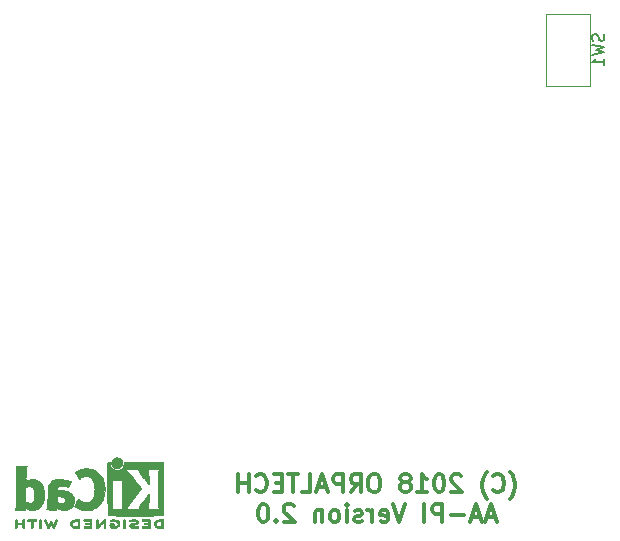
<source format=gbo>
G04 #@! TF.GenerationSoftware,KiCad,Pcbnew,5.0.1-33cea8e~66~ubuntu18.04.1*
G04 #@! TF.CreationDate,2018-10-14T22:24:42+03:00*
G04 #@! TF.ProjectId,AA-PI-Display-Board-RaspberryPi3,41412D50492D446973706C61792D426F,02*
G04 #@! TF.SameCoordinates,Original*
G04 #@! TF.FileFunction,Legend,Bot*
G04 #@! TF.FilePolarity,Positive*
%FSLAX46Y46*%
G04 Gerber Fmt 4.6, Leading zero omitted, Abs format (unit mm)*
G04 Created by KiCad (PCBNEW 5.0.1-33cea8e~66~ubuntu18.04.1) date Sun 14 Oct 2018 22:24:42 MSK*
%MOMM*%
%LPD*%
G01*
G04 APERTURE LIST*
%ADD10C,0.300000*%
%ADD11C,0.120000*%
%ADD12C,0.010000*%
%ADD13C,0.150000*%
G04 APERTURE END LIST*
D10*
X180435714Y-135225000D02*
X180507142Y-135153571D01*
X180650000Y-134939285D01*
X180721428Y-134796428D01*
X180792857Y-134582142D01*
X180864285Y-134225000D01*
X180864285Y-133939285D01*
X180792857Y-133582142D01*
X180721428Y-133367857D01*
X180650000Y-133225000D01*
X180507142Y-133010714D01*
X180435714Y-132939285D01*
X179007142Y-134510714D02*
X179078571Y-134582142D01*
X179292857Y-134653571D01*
X179435714Y-134653571D01*
X179650000Y-134582142D01*
X179792857Y-134439285D01*
X179864285Y-134296428D01*
X179935714Y-134010714D01*
X179935714Y-133796428D01*
X179864285Y-133510714D01*
X179792857Y-133367857D01*
X179650000Y-133225000D01*
X179435714Y-133153571D01*
X179292857Y-133153571D01*
X179078571Y-133225000D01*
X179007142Y-133296428D01*
X178507142Y-135225000D02*
X178435714Y-135153571D01*
X178292857Y-134939285D01*
X178221428Y-134796428D01*
X178150000Y-134582142D01*
X178078571Y-134225000D01*
X178078571Y-133939285D01*
X178150000Y-133582142D01*
X178221428Y-133367857D01*
X178292857Y-133225000D01*
X178435714Y-133010714D01*
X178507142Y-132939285D01*
X176292857Y-133296428D02*
X176221428Y-133225000D01*
X176078571Y-133153571D01*
X175721428Y-133153571D01*
X175578571Y-133225000D01*
X175507142Y-133296428D01*
X175435714Y-133439285D01*
X175435714Y-133582142D01*
X175507142Y-133796428D01*
X176364285Y-134653571D01*
X175435714Y-134653571D01*
X174507142Y-133153571D02*
X174364285Y-133153571D01*
X174221428Y-133225000D01*
X174150000Y-133296428D01*
X174078571Y-133439285D01*
X174007142Y-133725000D01*
X174007142Y-134082142D01*
X174078571Y-134367857D01*
X174150000Y-134510714D01*
X174221428Y-134582142D01*
X174364285Y-134653571D01*
X174507142Y-134653571D01*
X174650000Y-134582142D01*
X174721428Y-134510714D01*
X174792857Y-134367857D01*
X174864285Y-134082142D01*
X174864285Y-133725000D01*
X174792857Y-133439285D01*
X174721428Y-133296428D01*
X174650000Y-133225000D01*
X174507142Y-133153571D01*
X172578571Y-134653571D02*
X173435714Y-134653571D01*
X173007142Y-134653571D02*
X173007142Y-133153571D01*
X173150000Y-133367857D01*
X173292857Y-133510714D01*
X173435714Y-133582142D01*
X171721428Y-133796428D02*
X171864285Y-133725000D01*
X171935714Y-133653571D01*
X172007142Y-133510714D01*
X172007142Y-133439285D01*
X171935714Y-133296428D01*
X171864285Y-133225000D01*
X171721428Y-133153571D01*
X171435714Y-133153571D01*
X171292857Y-133225000D01*
X171221428Y-133296428D01*
X171150000Y-133439285D01*
X171150000Y-133510714D01*
X171221428Y-133653571D01*
X171292857Y-133725000D01*
X171435714Y-133796428D01*
X171721428Y-133796428D01*
X171864285Y-133867857D01*
X171935714Y-133939285D01*
X172007142Y-134082142D01*
X172007142Y-134367857D01*
X171935714Y-134510714D01*
X171864285Y-134582142D01*
X171721428Y-134653571D01*
X171435714Y-134653571D01*
X171292857Y-134582142D01*
X171221428Y-134510714D01*
X171150000Y-134367857D01*
X171150000Y-134082142D01*
X171221428Y-133939285D01*
X171292857Y-133867857D01*
X171435714Y-133796428D01*
X169078571Y-133153571D02*
X168792857Y-133153571D01*
X168650000Y-133225000D01*
X168507142Y-133367857D01*
X168435714Y-133653571D01*
X168435714Y-134153571D01*
X168507142Y-134439285D01*
X168650000Y-134582142D01*
X168792857Y-134653571D01*
X169078571Y-134653571D01*
X169221428Y-134582142D01*
X169364285Y-134439285D01*
X169435714Y-134153571D01*
X169435714Y-133653571D01*
X169364285Y-133367857D01*
X169221428Y-133225000D01*
X169078571Y-133153571D01*
X166935714Y-134653571D02*
X167435714Y-133939285D01*
X167792857Y-134653571D02*
X167792857Y-133153571D01*
X167221428Y-133153571D01*
X167078571Y-133225000D01*
X167007142Y-133296428D01*
X166935714Y-133439285D01*
X166935714Y-133653571D01*
X167007142Y-133796428D01*
X167078571Y-133867857D01*
X167221428Y-133939285D01*
X167792857Y-133939285D01*
X166292857Y-134653571D02*
X166292857Y-133153571D01*
X165721428Y-133153571D01*
X165578571Y-133225000D01*
X165507142Y-133296428D01*
X165435714Y-133439285D01*
X165435714Y-133653571D01*
X165507142Y-133796428D01*
X165578571Y-133867857D01*
X165721428Y-133939285D01*
X166292857Y-133939285D01*
X164864285Y-134225000D02*
X164150000Y-134225000D01*
X165007142Y-134653571D02*
X164507142Y-133153571D01*
X164007142Y-134653571D01*
X162792857Y-134653571D02*
X163507142Y-134653571D01*
X163507142Y-133153571D01*
X162507142Y-133153571D02*
X161650000Y-133153571D01*
X162078571Y-134653571D02*
X162078571Y-133153571D01*
X161150000Y-133867857D02*
X160650000Y-133867857D01*
X160435714Y-134653571D02*
X161150000Y-134653571D01*
X161150000Y-133153571D01*
X160435714Y-133153571D01*
X158935714Y-134510714D02*
X159007142Y-134582142D01*
X159221428Y-134653571D01*
X159364285Y-134653571D01*
X159578571Y-134582142D01*
X159721428Y-134439285D01*
X159792857Y-134296428D01*
X159864285Y-134010714D01*
X159864285Y-133796428D01*
X159792857Y-133510714D01*
X159721428Y-133367857D01*
X159578571Y-133225000D01*
X159364285Y-133153571D01*
X159221428Y-133153571D01*
X159007142Y-133225000D01*
X158935714Y-133296428D01*
X158292857Y-134653571D02*
X158292857Y-133153571D01*
X158292857Y-133867857D02*
X157435714Y-133867857D01*
X157435714Y-134653571D02*
X157435714Y-133153571D01*
X179185714Y-136775000D02*
X178471428Y-136775000D01*
X179328571Y-137203571D02*
X178828571Y-135703571D01*
X178328571Y-137203571D01*
X177900000Y-136775000D02*
X177185714Y-136775000D01*
X178042857Y-137203571D02*
X177542857Y-135703571D01*
X177042857Y-137203571D01*
X176542857Y-136632142D02*
X175400000Y-136632142D01*
X174685714Y-137203571D02*
X174685714Y-135703571D01*
X174114285Y-135703571D01*
X173971428Y-135775000D01*
X173900000Y-135846428D01*
X173828571Y-135989285D01*
X173828571Y-136203571D01*
X173900000Y-136346428D01*
X173971428Y-136417857D01*
X174114285Y-136489285D01*
X174685714Y-136489285D01*
X173185714Y-137203571D02*
X173185714Y-135703571D01*
X171542857Y-135703571D02*
X171042857Y-137203571D01*
X170542857Y-135703571D01*
X169471428Y-137132142D02*
X169614285Y-137203571D01*
X169900000Y-137203571D01*
X170042857Y-137132142D01*
X170114285Y-136989285D01*
X170114285Y-136417857D01*
X170042857Y-136275000D01*
X169900000Y-136203571D01*
X169614285Y-136203571D01*
X169471428Y-136275000D01*
X169400000Y-136417857D01*
X169400000Y-136560714D01*
X170114285Y-136703571D01*
X168757142Y-137203571D02*
X168757142Y-136203571D01*
X168757142Y-136489285D02*
X168685714Y-136346428D01*
X168614285Y-136275000D01*
X168471428Y-136203571D01*
X168328571Y-136203571D01*
X167900000Y-137132142D02*
X167757142Y-137203571D01*
X167471428Y-137203571D01*
X167328571Y-137132142D01*
X167257142Y-136989285D01*
X167257142Y-136917857D01*
X167328571Y-136775000D01*
X167471428Y-136703571D01*
X167685714Y-136703571D01*
X167828571Y-136632142D01*
X167900000Y-136489285D01*
X167900000Y-136417857D01*
X167828571Y-136275000D01*
X167685714Y-136203571D01*
X167471428Y-136203571D01*
X167328571Y-136275000D01*
X166614285Y-137203571D02*
X166614285Y-136203571D01*
X166614285Y-135703571D02*
X166685714Y-135775000D01*
X166614285Y-135846428D01*
X166542857Y-135775000D01*
X166614285Y-135703571D01*
X166614285Y-135846428D01*
X165685714Y-137203571D02*
X165828571Y-137132142D01*
X165900000Y-137060714D01*
X165971428Y-136917857D01*
X165971428Y-136489285D01*
X165900000Y-136346428D01*
X165828571Y-136275000D01*
X165685714Y-136203571D01*
X165471428Y-136203571D01*
X165328571Y-136275000D01*
X165257142Y-136346428D01*
X165185714Y-136489285D01*
X165185714Y-136917857D01*
X165257142Y-137060714D01*
X165328571Y-137132142D01*
X165471428Y-137203571D01*
X165685714Y-137203571D01*
X164542857Y-136203571D02*
X164542857Y-137203571D01*
X164542857Y-136346428D02*
X164471428Y-136275000D01*
X164328571Y-136203571D01*
X164114285Y-136203571D01*
X163971428Y-136275000D01*
X163900000Y-136417857D01*
X163900000Y-137203571D01*
X162114285Y-135846428D02*
X162042857Y-135775000D01*
X161900000Y-135703571D01*
X161542857Y-135703571D01*
X161400000Y-135775000D01*
X161328571Y-135846428D01*
X161257142Y-135989285D01*
X161257142Y-136132142D01*
X161328571Y-136346428D01*
X162185714Y-137203571D01*
X161257142Y-137203571D01*
X160614285Y-137060714D02*
X160542857Y-137132142D01*
X160614285Y-137203571D01*
X160685714Y-137132142D01*
X160614285Y-137060714D01*
X160614285Y-137203571D01*
X159614285Y-135703571D02*
X159471428Y-135703571D01*
X159328571Y-135775000D01*
X159257142Y-135846428D01*
X159185714Y-135989285D01*
X159114285Y-136275000D01*
X159114285Y-136632142D01*
X159185714Y-136917857D01*
X159257142Y-137060714D01*
X159328571Y-137132142D01*
X159471428Y-137203571D01*
X159614285Y-137203571D01*
X159757142Y-137132142D01*
X159828571Y-137060714D01*
X159900000Y-136917857D01*
X159971428Y-136632142D01*
X159971428Y-136275000D01*
X159900000Y-135989285D01*
X159828571Y-135846428D01*
X159757142Y-135775000D01*
X159614285Y-135703571D01*
D11*
G04 #@! TO.C,SW1*
X187200000Y-100260000D02*
X187200000Y-94140000D01*
X187200000Y-94140000D02*
X183500000Y-94140000D01*
X183500000Y-94140000D02*
X183500000Y-100260000D01*
X183500000Y-100260000D02*
X187200000Y-100260000D01*
D12*
G04 #@! TO.C,REF\002A\002A*
G36*
X147063043Y-131726571D02*
X146966768Y-131750809D01*
X146880184Y-131793641D01*
X146805373Y-131853419D01*
X146744418Y-131928494D01*
X146699399Y-132017220D01*
X146673136Y-132113530D01*
X146667286Y-132210795D01*
X146682140Y-132304654D01*
X146715840Y-132392511D01*
X146766528Y-132471770D01*
X146832345Y-132539836D01*
X146911434Y-132594112D01*
X147001934Y-132632002D01*
X147053200Y-132644426D01*
X147097698Y-132651947D01*
X147131999Y-132654919D01*
X147164960Y-132653094D01*
X147205434Y-132646225D01*
X147238531Y-132639250D01*
X147331947Y-132607741D01*
X147415619Y-132556617D01*
X147487665Y-132487429D01*
X147546200Y-132401728D01*
X147560148Y-132374489D01*
X147576586Y-132338122D01*
X147586894Y-132307582D01*
X147592460Y-132275450D01*
X147594669Y-132234307D01*
X147594948Y-132188222D01*
X147590861Y-132103865D01*
X147577446Y-132034586D01*
X147552256Y-131973961D01*
X147512846Y-131915567D01*
X147474298Y-131871302D01*
X147402406Y-131805484D01*
X147327313Y-131760053D01*
X147244562Y-131732850D01*
X147166928Y-131722576D01*
X147063043Y-131726571D01*
X147063043Y-131726571D01*
G37*
X147063043Y-131726571D02*
X146966768Y-131750809D01*
X146880184Y-131793641D01*
X146805373Y-131853419D01*
X146744418Y-131928494D01*
X146699399Y-132017220D01*
X146673136Y-132113530D01*
X146667286Y-132210795D01*
X146682140Y-132304654D01*
X146715840Y-132392511D01*
X146766528Y-132471770D01*
X146832345Y-132539836D01*
X146911434Y-132594112D01*
X147001934Y-132632002D01*
X147053200Y-132644426D01*
X147097698Y-132651947D01*
X147131999Y-132654919D01*
X147164960Y-132653094D01*
X147205434Y-132646225D01*
X147238531Y-132639250D01*
X147331947Y-132607741D01*
X147415619Y-132556617D01*
X147487665Y-132487429D01*
X147546200Y-132401728D01*
X147560148Y-132374489D01*
X147576586Y-132338122D01*
X147586894Y-132307582D01*
X147592460Y-132275450D01*
X147594669Y-132234307D01*
X147594948Y-132188222D01*
X147590861Y-132103865D01*
X147577446Y-132034586D01*
X147552256Y-131973961D01*
X147512846Y-131915567D01*
X147474298Y-131871302D01*
X147402406Y-131805484D01*
X147327313Y-131760053D01*
X147244562Y-131732850D01*
X147166928Y-131722576D01*
X147063043Y-131726571D01*
G36*
X138603493Y-134172245D02*
X138603474Y-134406662D01*
X138603448Y-134619603D01*
X138603375Y-134812168D01*
X138603218Y-134985459D01*
X138602936Y-135140576D01*
X138602491Y-135278620D01*
X138601844Y-135400692D01*
X138600955Y-135507894D01*
X138599787Y-135601326D01*
X138598299Y-135682090D01*
X138596454Y-135751286D01*
X138594211Y-135810015D01*
X138591531Y-135859379D01*
X138588377Y-135900478D01*
X138584708Y-135934413D01*
X138580487Y-135962286D01*
X138575673Y-135985198D01*
X138570227Y-136004249D01*
X138564112Y-136020540D01*
X138557288Y-136035173D01*
X138549715Y-136049249D01*
X138541355Y-136063868D01*
X138536161Y-136072974D01*
X138501896Y-136133689D01*
X139360045Y-136133689D01*
X139360045Y-136037733D01*
X139360776Y-135994370D01*
X139362728Y-135961205D01*
X139365537Y-135943424D01*
X139366779Y-135941778D01*
X139378201Y-135948662D01*
X139400916Y-135966505D01*
X139423615Y-135985879D01*
X139478200Y-136026614D01*
X139547679Y-136067617D01*
X139624730Y-136105123D01*
X139702035Y-136135364D01*
X139732887Y-136145012D01*
X139801384Y-136159578D01*
X139884236Y-136169539D01*
X139973629Y-136174583D01*
X140061752Y-136174396D01*
X140140793Y-136168666D01*
X140178489Y-136162858D01*
X140316586Y-136124797D01*
X140443887Y-136067073D01*
X140559708Y-135990211D01*
X140663363Y-135894739D01*
X140754167Y-135781179D01*
X140820969Y-135670381D01*
X140875836Y-135553625D01*
X140917837Y-135434276D01*
X140947833Y-135308283D01*
X140966689Y-135171594D01*
X140975268Y-135020158D01*
X140975994Y-134942711D01*
X140973900Y-134885934D01*
X140144783Y-134885934D01*
X140144576Y-134979002D01*
X140141663Y-135066692D01*
X140136000Y-135143772D01*
X140127545Y-135205009D01*
X140124962Y-135217350D01*
X140093160Y-135324633D01*
X140051502Y-135411658D01*
X139999637Y-135478642D01*
X139937219Y-135525805D01*
X139863900Y-135553365D01*
X139779331Y-135561541D01*
X139683165Y-135550551D01*
X139619689Y-135534829D01*
X139570546Y-135516639D01*
X139516417Y-135490791D01*
X139475756Y-135467089D01*
X139405200Y-135420721D01*
X139405200Y-134270530D01*
X139472608Y-134226962D01*
X139551133Y-134186040D01*
X139635319Y-134159389D01*
X139720443Y-134147465D01*
X139801784Y-134150722D01*
X139874620Y-134169615D01*
X139906574Y-134185184D01*
X139964499Y-134228181D01*
X140013456Y-134284953D01*
X140054610Y-134357575D01*
X140089126Y-134448121D01*
X140118167Y-134558666D01*
X140119448Y-134564533D01*
X140129619Y-134626788D01*
X140137261Y-134704594D01*
X140142330Y-134792720D01*
X140144783Y-134885934D01*
X140973900Y-134885934D01*
X140968143Y-134729895D01*
X140946198Y-134534059D01*
X140910214Y-134355332D01*
X140860241Y-134193845D01*
X140796332Y-134049726D01*
X140718538Y-133923106D01*
X140626911Y-133814115D01*
X140521503Y-133722883D01*
X140476338Y-133691932D01*
X140375389Y-133635785D01*
X140272099Y-133596174D01*
X140162011Y-133572014D01*
X140040670Y-133562219D01*
X139948164Y-133563265D01*
X139818510Y-133574231D01*
X139705916Y-133596046D01*
X139607125Y-133629714D01*
X139518879Y-133676236D01*
X139470014Y-133710448D01*
X139440647Y-133732362D01*
X139418957Y-133747333D01*
X139410747Y-133751733D01*
X139409132Y-133740904D01*
X139407841Y-133710251D01*
X139406862Y-133662526D01*
X139406183Y-133600479D01*
X139405790Y-133526862D01*
X139405670Y-133444427D01*
X139405812Y-133355925D01*
X139406203Y-133264107D01*
X139406829Y-133171724D01*
X139407680Y-133081528D01*
X139408740Y-132996271D01*
X139409999Y-132918703D01*
X139411444Y-132851576D01*
X139413062Y-132797641D01*
X139414839Y-132759650D01*
X139415331Y-132752667D01*
X139422908Y-132682251D01*
X139434469Y-132627102D01*
X139452208Y-132579981D01*
X139478318Y-132533647D01*
X139484585Y-132524067D01*
X139509017Y-132487378D01*
X138603689Y-132487378D01*
X138603493Y-134172245D01*
X138603493Y-134172245D01*
G37*
X138603493Y-134172245D02*
X138603474Y-134406662D01*
X138603448Y-134619603D01*
X138603375Y-134812168D01*
X138603218Y-134985459D01*
X138602936Y-135140576D01*
X138602491Y-135278620D01*
X138601844Y-135400692D01*
X138600955Y-135507894D01*
X138599787Y-135601326D01*
X138598299Y-135682090D01*
X138596454Y-135751286D01*
X138594211Y-135810015D01*
X138591531Y-135859379D01*
X138588377Y-135900478D01*
X138584708Y-135934413D01*
X138580487Y-135962286D01*
X138575673Y-135985198D01*
X138570227Y-136004249D01*
X138564112Y-136020540D01*
X138557288Y-136035173D01*
X138549715Y-136049249D01*
X138541355Y-136063868D01*
X138536161Y-136072974D01*
X138501896Y-136133689D01*
X139360045Y-136133689D01*
X139360045Y-136037733D01*
X139360776Y-135994370D01*
X139362728Y-135961205D01*
X139365537Y-135943424D01*
X139366779Y-135941778D01*
X139378201Y-135948662D01*
X139400916Y-135966505D01*
X139423615Y-135985879D01*
X139478200Y-136026614D01*
X139547679Y-136067617D01*
X139624730Y-136105123D01*
X139702035Y-136135364D01*
X139732887Y-136145012D01*
X139801384Y-136159578D01*
X139884236Y-136169539D01*
X139973629Y-136174583D01*
X140061752Y-136174396D01*
X140140793Y-136168666D01*
X140178489Y-136162858D01*
X140316586Y-136124797D01*
X140443887Y-136067073D01*
X140559708Y-135990211D01*
X140663363Y-135894739D01*
X140754167Y-135781179D01*
X140820969Y-135670381D01*
X140875836Y-135553625D01*
X140917837Y-135434276D01*
X140947833Y-135308283D01*
X140966689Y-135171594D01*
X140975268Y-135020158D01*
X140975994Y-134942711D01*
X140973900Y-134885934D01*
X140144783Y-134885934D01*
X140144576Y-134979002D01*
X140141663Y-135066692D01*
X140136000Y-135143772D01*
X140127545Y-135205009D01*
X140124962Y-135217350D01*
X140093160Y-135324633D01*
X140051502Y-135411658D01*
X139999637Y-135478642D01*
X139937219Y-135525805D01*
X139863900Y-135553365D01*
X139779331Y-135561541D01*
X139683165Y-135550551D01*
X139619689Y-135534829D01*
X139570546Y-135516639D01*
X139516417Y-135490791D01*
X139475756Y-135467089D01*
X139405200Y-135420721D01*
X139405200Y-134270530D01*
X139472608Y-134226962D01*
X139551133Y-134186040D01*
X139635319Y-134159389D01*
X139720443Y-134147465D01*
X139801784Y-134150722D01*
X139874620Y-134169615D01*
X139906574Y-134185184D01*
X139964499Y-134228181D01*
X140013456Y-134284953D01*
X140054610Y-134357575D01*
X140089126Y-134448121D01*
X140118167Y-134558666D01*
X140119448Y-134564533D01*
X140129619Y-134626788D01*
X140137261Y-134704594D01*
X140142330Y-134792720D01*
X140144783Y-134885934D01*
X140973900Y-134885934D01*
X140968143Y-134729895D01*
X140946198Y-134534059D01*
X140910214Y-134355332D01*
X140860241Y-134193845D01*
X140796332Y-134049726D01*
X140718538Y-133923106D01*
X140626911Y-133814115D01*
X140521503Y-133722883D01*
X140476338Y-133691932D01*
X140375389Y-133635785D01*
X140272099Y-133596174D01*
X140162011Y-133572014D01*
X140040670Y-133562219D01*
X139948164Y-133563265D01*
X139818510Y-133574231D01*
X139705916Y-133596046D01*
X139607125Y-133629714D01*
X139518879Y-133676236D01*
X139470014Y-133710448D01*
X139440647Y-133732362D01*
X139418957Y-133747333D01*
X139410747Y-133751733D01*
X139409132Y-133740904D01*
X139407841Y-133710251D01*
X139406862Y-133662526D01*
X139406183Y-133600479D01*
X139405790Y-133526862D01*
X139405670Y-133444427D01*
X139405812Y-133355925D01*
X139406203Y-133264107D01*
X139406829Y-133171724D01*
X139407680Y-133081528D01*
X139408740Y-132996271D01*
X139409999Y-132918703D01*
X139411444Y-132851576D01*
X139413062Y-132797641D01*
X139414839Y-132759650D01*
X139415331Y-132752667D01*
X139422908Y-132682251D01*
X139434469Y-132627102D01*
X139452208Y-132579981D01*
X139478318Y-132533647D01*
X139484585Y-132524067D01*
X139509017Y-132487378D01*
X138603689Y-132487378D01*
X138603493Y-134172245D01*
G36*
X142116426Y-133566552D02*
X141964508Y-133586567D01*
X141829244Y-133620202D01*
X141709761Y-133667725D01*
X141605185Y-133729405D01*
X141527576Y-133792965D01*
X141458735Y-133867099D01*
X141404994Y-133946871D01*
X141362090Y-134039091D01*
X141346616Y-134082161D01*
X141333756Y-134121142D01*
X141322554Y-134157289D01*
X141312880Y-134192434D01*
X141304604Y-134228410D01*
X141297597Y-134267050D01*
X141291728Y-134310185D01*
X141286869Y-134359649D01*
X141282890Y-134417273D01*
X141279660Y-134484891D01*
X141277051Y-134564334D01*
X141274933Y-134657436D01*
X141273176Y-134766027D01*
X141271651Y-134891942D01*
X141270228Y-135037012D01*
X141268975Y-135179778D01*
X141267649Y-135335968D01*
X141266444Y-135471239D01*
X141265234Y-135587246D01*
X141263894Y-135685645D01*
X141262300Y-135768093D01*
X141260325Y-135836246D01*
X141257844Y-135891760D01*
X141254731Y-135936292D01*
X141250862Y-135971498D01*
X141246111Y-135999034D01*
X141240352Y-136020556D01*
X141233461Y-136037722D01*
X141225311Y-136052186D01*
X141215777Y-136065606D01*
X141204734Y-136079638D01*
X141200434Y-136085071D01*
X141184614Y-136107910D01*
X141177578Y-136123463D01*
X141177556Y-136123922D01*
X141188433Y-136126121D01*
X141219418Y-136128147D01*
X141268043Y-136129942D01*
X141331837Y-136131451D01*
X141408331Y-136132616D01*
X141495056Y-136133380D01*
X141589543Y-136133686D01*
X141600450Y-136133689D01*
X142023343Y-136133689D01*
X142026605Y-136037622D01*
X142029867Y-135941556D01*
X142091956Y-135992543D01*
X142189286Y-136060057D01*
X142299187Y-136114749D01*
X142385651Y-136144978D01*
X142454722Y-136159666D01*
X142538075Y-136169659D01*
X142627841Y-136174646D01*
X142716155Y-136174313D01*
X142795149Y-136168351D01*
X142831378Y-136162638D01*
X142971397Y-136124776D01*
X143097822Y-136069932D01*
X143209740Y-135998924D01*
X143306238Y-135912568D01*
X143386400Y-135811679D01*
X143449313Y-135697076D01*
X143493688Y-135570984D01*
X143506022Y-135514401D01*
X143513632Y-135452202D01*
X143517261Y-135377363D01*
X143517755Y-135343467D01*
X143517690Y-135340282D01*
X142757752Y-135340282D01*
X142748459Y-135415333D01*
X142720272Y-135479160D01*
X142671803Y-135534798D01*
X142666746Y-135539211D01*
X142618452Y-135574037D01*
X142566743Y-135596620D01*
X142506011Y-135608540D01*
X142430648Y-135611383D01*
X142412541Y-135610978D01*
X142358722Y-135608325D01*
X142318692Y-135602909D01*
X142283676Y-135592745D01*
X142244897Y-135575850D01*
X142234255Y-135570672D01*
X142173604Y-135534844D01*
X142126785Y-135492212D01*
X142114048Y-135476973D01*
X142069378Y-135420462D01*
X142069378Y-135224586D01*
X142069914Y-135145939D01*
X142071604Y-135087988D01*
X142074572Y-135048875D01*
X142078943Y-135026741D01*
X142083028Y-135020274D01*
X142098953Y-135017111D01*
X142132736Y-135014488D01*
X142179660Y-135012655D01*
X142235007Y-135011857D01*
X142243894Y-135011842D01*
X142364670Y-135017096D01*
X142467340Y-135033263D01*
X142553894Y-135060961D01*
X142626319Y-135100808D01*
X142681249Y-135147758D01*
X142725796Y-135205645D01*
X142750520Y-135268693D01*
X142757752Y-135340282D01*
X143517690Y-135340282D01*
X143515822Y-135249712D01*
X143507478Y-135170812D01*
X143491232Y-135099590D01*
X143465595Y-135028864D01*
X143441599Y-134976493D01*
X143382980Y-134881196D01*
X143304883Y-134793170D01*
X143209685Y-134714017D01*
X143099762Y-134645340D01*
X142977490Y-134588741D01*
X142845245Y-134545821D01*
X142780578Y-134530882D01*
X142644396Y-134508777D01*
X142495951Y-134494194D01*
X142344495Y-134487813D01*
X142217936Y-134489445D01*
X142056050Y-134496224D01*
X142063470Y-134437245D01*
X142082762Y-134338092D01*
X142113896Y-134257372D01*
X142157731Y-134194466D01*
X142215129Y-134148756D01*
X142286952Y-134119622D01*
X142374059Y-134106447D01*
X142477314Y-134108611D01*
X142515289Y-134112612D01*
X142656480Y-134137780D01*
X142793293Y-134178814D01*
X142887822Y-134216815D01*
X142932982Y-134236190D01*
X142971415Y-134251760D01*
X142997766Y-134261405D01*
X143005454Y-134263452D01*
X143015198Y-134254374D01*
X143031917Y-134225405D01*
X143055768Y-134176217D01*
X143086907Y-134106484D01*
X143125493Y-134015879D01*
X143132090Y-134000089D01*
X143162147Y-133927772D01*
X143189126Y-133862425D01*
X143211864Y-133806906D01*
X143229194Y-133764072D01*
X143239952Y-133736781D01*
X143243059Y-133727942D01*
X143233060Y-133723187D01*
X143206783Y-133717910D01*
X143178511Y-133714231D01*
X143148354Y-133709474D01*
X143100567Y-133700028D01*
X143039388Y-133686820D01*
X142969054Y-133670776D01*
X142893806Y-133652820D01*
X142865245Y-133645797D01*
X142760184Y-133620209D01*
X142672520Y-133600147D01*
X142597932Y-133584969D01*
X142532097Y-133574035D01*
X142470693Y-133566704D01*
X142409398Y-133562335D01*
X142343890Y-133560287D01*
X142285872Y-133559889D01*
X142116426Y-133566552D01*
X142116426Y-133566552D01*
G37*
X142116426Y-133566552D02*
X141964508Y-133586567D01*
X141829244Y-133620202D01*
X141709761Y-133667725D01*
X141605185Y-133729405D01*
X141527576Y-133792965D01*
X141458735Y-133867099D01*
X141404994Y-133946871D01*
X141362090Y-134039091D01*
X141346616Y-134082161D01*
X141333756Y-134121142D01*
X141322554Y-134157289D01*
X141312880Y-134192434D01*
X141304604Y-134228410D01*
X141297597Y-134267050D01*
X141291728Y-134310185D01*
X141286869Y-134359649D01*
X141282890Y-134417273D01*
X141279660Y-134484891D01*
X141277051Y-134564334D01*
X141274933Y-134657436D01*
X141273176Y-134766027D01*
X141271651Y-134891942D01*
X141270228Y-135037012D01*
X141268975Y-135179778D01*
X141267649Y-135335968D01*
X141266444Y-135471239D01*
X141265234Y-135587246D01*
X141263894Y-135685645D01*
X141262300Y-135768093D01*
X141260325Y-135836246D01*
X141257844Y-135891760D01*
X141254731Y-135936292D01*
X141250862Y-135971498D01*
X141246111Y-135999034D01*
X141240352Y-136020556D01*
X141233461Y-136037722D01*
X141225311Y-136052186D01*
X141215777Y-136065606D01*
X141204734Y-136079638D01*
X141200434Y-136085071D01*
X141184614Y-136107910D01*
X141177578Y-136123463D01*
X141177556Y-136123922D01*
X141188433Y-136126121D01*
X141219418Y-136128147D01*
X141268043Y-136129942D01*
X141331837Y-136131451D01*
X141408331Y-136132616D01*
X141495056Y-136133380D01*
X141589543Y-136133686D01*
X141600450Y-136133689D01*
X142023343Y-136133689D01*
X142026605Y-136037622D01*
X142029867Y-135941556D01*
X142091956Y-135992543D01*
X142189286Y-136060057D01*
X142299187Y-136114749D01*
X142385651Y-136144978D01*
X142454722Y-136159666D01*
X142538075Y-136169659D01*
X142627841Y-136174646D01*
X142716155Y-136174313D01*
X142795149Y-136168351D01*
X142831378Y-136162638D01*
X142971397Y-136124776D01*
X143097822Y-136069932D01*
X143209740Y-135998924D01*
X143306238Y-135912568D01*
X143386400Y-135811679D01*
X143449313Y-135697076D01*
X143493688Y-135570984D01*
X143506022Y-135514401D01*
X143513632Y-135452202D01*
X143517261Y-135377363D01*
X143517755Y-135343467D01*
X143517690Y-135340282D01*
X142757752Y-135340282D01*
X142748459Y-135415333D01*
X142720272Y-135479160D01*
X142671803Y-135534798D01*
X142666746Y-135539211D01*
X142618452Y-135574037D01*
X142566743Y-135596620D01*
X142506011Y-135608540D01*
X142430648Y-135611383D01*
X142412541Y-135610978D01*
X142358722Y-135608325D01*
X142318692Y-135602909D01*
X142283676Y-135592745D01*
X142244897Y-135575850D01*
X142234255Y-135570672D01*
X142173604Y-135534844D01*
X142126785Y-135492212D01*
X142114048Y-135476973D01*
X142069378Y-135420462D01*
X142069378Y-135224586D01*
X142069914Y-135145939D01*
X142071604Y-135087988D01*
X142074572Y-135048875D01*
X142078943Y-135026741D01*
X142083028Y-135020274D01*
X142098953Y-135017111D01*
X142132736Y-135014488D01*
X142179660Y-135012655D01*
X142235007Y-135011857D01*
X142243894Y-135011842D01*
X142364670Y-135017096D01*
X142467340Y-135033263D01*
X142553894Y-135060961D01*
X142626319Y-135100808D01*
X142681249Y-135147758D01*
X142725796Y-135205645D01*
X142750520Y-135268693D01*
X142757752Y-135340282D01*
X143517690Y-135340282D01*
X143515822Y-135249712D01*
X143507478Y-135170812D01*
X143491232Y-135099590D01*
X143465595Y-135028864D01*
X143441599Y-134976493D01*
X143382980Y-134881196D01*
X143304883Y-134793170D01*
X143209685Y-134714017D01*
X143099762Y-134645340D01*
X142977490Y-134588741D01*
X142845245Y-134545821D01*
X142780578Y-134530882D01*
X142644396Y-134508777D01*
X142495951Y-134494194D01*
X142344495Y-134487813D01*
X142217936Y-134489445D01*
X142056050Y-134496224D01*
X142063470Y-134437245D01*
X142082762Y-134338092D01*
X142113896Y-134257372D01*
X142157731Y-134194466D01*
X142215129Y-134148756D01*
X142286952Y-134119622D01*
X142374059Y-134106447D01*
X142477314Y-134108611D01*
X142515289Y-134112612D01*
X142656480Y-134137780D01*
X142793293Y-134178814D01*
X142887822Y-134216815D01*
X142932982Y-134236190D01*
X142971415Y-134251760D01*
X142997766Y-134261405D01*
X143005454Y-134263452D01*
X143015198Y-134254374D01*
X143031917Y-134225405D01*
X143055768Y-134176217D01*
X143086907Y-134106484D01*
X143125493Y-134015879D01*
X143132090Y-134000089D01*
X143162147Y-133927772D01*
X143189126Y-133862425D01*
X143211864Y-133806906D01*
X143229194Y-133764072D01*
X143239952Y-133736781D01*
X143243059Y-133727942D01*
X143233060Y-133723187D01*
X143206783Y-133717910D01*
X143178511Y-133714231D01*
X143148354Y-133709474D01*
X143100567Y-133700028D01*
X143039388Y-133686820D01*
X142969054Y-133670776D01*
X142893806Y-133652820D01*
X142865245Y-133645797D01*
X142760184Y-133620209D01*
X142672520Y-133600147D01*
X142597932Y-133584969D01*
X142532097Y-133574035D01*
X142470693Y-133566704D01*
X142409398Y-133562335D01*
X142343890Y-133560287D01*
X142285872Y-133559889D01*
X142116426Y-133566552D01*
G36*
X144461571Y-132649071D02*
X144301430Y-132670245D01*
X144137490Y-132710385D01*
X143967687Y-132769889D01*
X143789957Y-132849154D01*
X143778690Y-132854699D01*
X143720995Y-132882725D01*
X143669448Y-132906802D01*
X143627809Y-132925249D01*
X143599838Y-132936386D01*
X143590267Y-132938933D01*
X143571050Y-132943941D01*
X143566439Y-132948147D01*
X143571542Y-132958580D01*
X143587582Y-132984868D01*
X143612712Y-133024257D01*
X143645086Y-133073991D01*
X143682857Y-133131315D01*
X143724178Y-133193476D01*
X143767202Y-133257718D01*
X143810083Y-133321285D01*
X143850974Y-133381425D01*
X143888029Y-133435380D01*
X143919400Y-133480397D01*
X143943241Y-133513721D01*
X143957706Y-133532597D01*
X143959691Y-133534787D01*
X143969809Y-133530138D01*
X143992150Y-133512962D01*
X144022720Y-133486440D01*
X144038464Y-133471964D01*
X144134953Y-133396682D01*
X144241664Y-133341241D01*
X144357168Y-133306141D01*
X144480038Y-133291880D01*
X144549439Y-133293051D01*
X144670577Y-133310212D01*
X144779795Y-133346094D01*
X144877418Y-133400959D01*
X144963772Y-133475070D01*
X145039185Y-133568688D01*
X145103982Y-133682076D01*
X145141399Y-133768667D01*
X145185252Y-133904366D01*
X145217572Y-134051850D01*
X145238443Y-134207314D01*
X145247949Y-134366956D01*
X145246173Y-134526973D01*
X145233197Y-134683561D01*
X145209106Y-134832918D01*
X145173982Y-134971240D01*
X145127908Y-135094724D01*
X145111627Y-135128978D01*
X145043380Y-135243064D01*
X144962921Y-135339557D01*
X144871430Y-135417670D01*
X144770089Y-135476617D01*
X144660080Y-135515612D01*
X144542585Y-135533868D01*
X144501117Y-135535211D01*
X144379559Y-135524290D01*
X144259122Y-135491474D01*
X144141334Y-135437439D01*
X144027723Y-135362865D01*
X143936315Y-135284539D01*
X143889785Y-135240008D01*
X143708517Y-135537271D01*
X143663420Y-135611433D01*
X143622181Y-135679646D01*
X143586265Y-135739459D01*
X143557134Y-135788420D01*
X143536250Y-135824079D01*
X143525076Y-135843984D01*
X143523625Y-135847079D01*
X143531854Y-135856718D01*
X143557433Y-135873999D01*
X143597127Y-135897283D01*
X143647703Y-135924934D01*
X143705926Y-135955315D01*
X143768563Y-135986790D01*
X143832379Y-136017722D01*
X143894140Y-136046473D01*
X143950612Y-136071408D01*
X143998562Y-136090889D01*
X144022014Y-136099318D01*
X144155779Y-136137133D01*
X144293673Y-136162136D01*
X144441378Y-136175140D01*
X144568167Y-136177468D01*
X144636122Y-136176373D01*
X144701723Y-136174275D01*
X144759153Y-136171434D01*
X144802597Y-136168106D01*
X144816702Y-136166422D01*
X144955716Y-136137587D01*
X145097243Y-136092468D01*
X145234725Y-136033750D01*
X145361606Y-135964120D01*
X145439111Y-135911441D01*
X145566519Y-135803239D01*
X145684822Y-135676671D01*
X145791828Y-135534866D01*
X145885348Y-135380951D01*
X145963190Y-135218053D01*
X146007044Y-135100756D01*
X146057292Y-134917128D01*
X146090791Y-134722581D01*
X146107551Y-134521325D01*
X146107584Y-134317568D01*
X146090899Y-134115521D01*
X146057507Y-133919392D01*
X146007420Y-133733391D01*
X146003603Y-133721803D01*
X145940719Y-133559750D01*
X145863972Y-133411832D01*
X145770758Y-133273865D01*
X145658473Y-133141661D01*
X145614608Y-133096399D01*
X145478466Y-132972457D01*
X145338509Y-132869915D01*
X145192589Y-132787656D01*
X145038558Y-132724564D01*
X144874268Y-132679523D01*
X144778711Y-132662033D01*
X144619977Y-132646466D01*
X144461571Y-132649071D01*
X144461571Y-132649071D01*
G37*
X144461571Y-132649071D02*
X144301430Y-132670245D01*
X144137490Y-132710385D01*
X143967687Y-132769889D01*
X143789957Y-132849154D01*
X143778690Y-132854699D01*
X143720995Y-132882725D01*
X143669448Y-132906802D01*
X143627809Y-132925249D01*
X143599838Y-132936386D01*
X143590267Y-132938933D01*
X143571050Y-132943941D01*
X143566439Y-132948147D01*
X143571542Y-132958580D01*
X143587582Y-132984868D01*
X143612712Y-133024257D01*
X143645086Y-133073991D01*
X143682857Y-133131315D01*
X143724178Y-133193476D01*
X143767202Y-133257718D01*
X143810083Y-133321285D01*
X143850974Y-133381425D01*
X143888029Y-133435380D01*
X143919400Y-133480397D01*
X143943241Y-133513721D01*
X143957706Y-133532597D01*
X143959691Y-133534787D01*
X143969809Y-133530138D01*
X143992150Y-133512962D01*
X144022720Y-133486440D01*
X144038464Y-133471964D01*
X144134953Y-133396682D01*
X144241664Y-133341241D01*
X144357168Y-133306141D01*
X144480038Y-133291880D01*
X144549439Y-133293051D01*
X144670577Y-133310212D01*
X144779795Y-133346094D01*
X144877418Y-133400959D01*
X144963772Y-133475070D01*
X145039185Y-133568688D01*
X145103982Y-133682076D01*
X145141399Y-133768667D01*
X145185252Y-133904366D01*
X145217572Y-134051850D01*
X145238443Y-134207314D01*
X145247949Y-134366956D01*
X145246173Y-134526973D01*
X145233197Y-134683561D01*
X145209106Y-134832918D01*
X145173982Y-134971240D01*
X145127908Y-135094724D01*
X145111627Y-135128978D01*
X145043380Y-135243064D01*
X144962921Y-135339557D01*
X144871430Y-135417670D01*
X144770089Y-135476617D01*
X144660080Y-135515612D01*
X144542585Y-135533868D01*
X144501117Y-135535211D01*
X144379559Y-135524290D01*
X144259122Y-135491474D01*
X144141334Y-135437439D01*
X144027723Y-135362865D01*
X143936315Y-135284539D01*
X143889785Y-135240008D01*
X143708517Y-135537271D01*
X143663420Y-135611433D01*
X143622181Y-135679646D01*
X143586265Y-135739459D01*
X143557134Y-135788420D01*
X143536250Y-135824079D01*
X143525076Y-135843984D01*
X143523625Y-135847079D01*
X143531854Y-135856718D01*
X143557433Y-135873999D01*
X143597127Y-135897283D01*
X143647703Y-135924934D01*
X143705926Y-135955315D01*
X143768563Y-135986790D01*
X143832379Y-136017722D01*
X143894140Y-136046473D01*
X143950612Y-136071408D01*
X143998562Y-136090889D01*
X144022014Y-136099318D01*
X144155779Y-136137133D01*
X144293673Y-136162136D01*
X144441378Y-136175140D01*
X144568167Y-136177468D01*
X144636122Y-136176373D01*
X144701723Y-136174275D01*
X144759153Y-136171434D01*
X144802597Y-136168106D01*
X144816702Y-136166422D01*
X144955716Y-136137587D01*
X145097243Y-136092468D01*
X145234725Y-136033750D01*
X145361606Y-135964120D01*
X145439111Y-135911441D01*
X145566519Y-135803239D01*
X145684822Y-135676671D01*
X145791828Y-135534866D01*
X145885348Y-135380951D01*
X145963190Y-135218053D01*
X146007044Y-135100756D01*
X146057292Y-134917128D01*
X146090791Y-134722581D01*
X146107551Y-134521325D01*
X146107584Y-134317568D01*
X146090899Y-134115521D01*
X146057507Y-133919392D01*
X146007420Y-133733391D01*
X146003603Y-133721803D01*
X145940719Y-133559750D01*
X145863972Y-133411832D01*
X145770758Y-133273865D01*
X145658473Y-133141661D01*
X145614608Y-133096399D01*
X145478466Y-132972457D01*
X145338509Y-132869915D01*
X145192589Y-132787656D01*
X145038558Y-132724564D01*
X144874268Y-132679523D01*
X144778711Y-132662033D01*
X144619977Y-132646466D01*
X144461571Y-132649071D01*
G36*
X147736400Y-132189054D02*
X147725535Y-132302993D01*
X147693918Y-132410616D01*
X147643015Y-132509615D01*
X147574293Y-132597684D01*
X147489219Y-132672516D01*
X147392232Y-132730384D01*
X147285964Y-132770005D01*
X147178950Y-132788573D01*
X147073300Y-132787434D01*
X146971125Y-132767930D01*
X146874534Y-132731406D01*
X146785638Y-132679205D01*
X146706546Y-132612673D01*
X146639369Y-132533152D01*
X146586217Y-132441987D01*
X146549199Y-132340523D01*
X146530427Y-132230102D01*
X146528489Y-132180206D01*
X146528489Y-132092267D01*
X146476560Y-132092267D01*
X146440253Y-132095111D01*
X146413355Y-132106911D01*
X146386249Y-132130649D01*
X146347867Y-132169031D01*
X146347867Y-134360602D01*
X146347876Y-134622739D01*
X146347908Y-134863241D01*
X146347972Y-135083048D01*
X146348076Y-135283101D01*
X146348227Y-135464344D01*
X146348434Y-135627716D01*
X146348706Y-135774160D01*
X146349050Y-135904617D01*
X146349474Y-136020029D01*
X146349987Y-136121338D01*
X146350597Y-136209484D01*
X146351312Y-136285410D01*
X146352140Y-136350057D01*
X146353089Y-136404367D01*
X146354167Y-136449280D01*
X146355383Y-136485740D01*
X146356745Y-136514687D01*
X146358261Y-136537063D01*
X146359938Y-136553809D01*
X146361786Y-136565868D01*
X146363813Y-136574180D01*
X146366025Y-136579687D01*
X146367108Y-136581537D01*
X146371271Y-136588549D01*
X146374805Y-136594996D01*
X146378635Y-136600900D01*
X146383682Y-136606286D01*
X146390871Y-136611178D01*
X146401123Y-136615598D01*
X146415364Y-136619572D01*
X146434514Y-136623121D01*
X146459499Y-136626270D01*
X146491240Y-136629042D01*
X146530662Y-136631461D01*
X146578686Y-136633551D01*
X146636237Y-136635335D01*
X146704237Y-136636837D01*
X146783610Y-136638080D01*
X146875279Y-136639089D01*
X146980166Y-136639885D01*
X147099196Y-136640494D01*
X147233290Y-136640939D01*
X147383373Y-136641243D01*
X147550367Y-136641430D01*
X147735196Y-136641524D01*
X147938783Y-136641548D01*
X148162050Y-136641525D01*
X148405922Y-136641480D01*
X148671321Y-136641437D01*
X148709704Y-136641432D01*
X148976682Y-136641389D01*
X149222002Y-136641318D01*
X149446583Y-136641213D01*
X149651345Y-136641066D01*
X149837206Y-136640869D01*
X150005088Y-136640616D01*
X150155908Y-136640300D01*
X150290587Y-136639913D01*
X150410044Y-136639447D01*
X150515199Y-136638897D01*
X150606971Y-136638253D01*
X150686279Y-136637511D01*
X150754043Y-136636661D01*
X150811182Y-136635697D01*
X150858617Y-136634611D01*
X150897266Y-136633397D01*
X150928049Y-136632047D01*
X150951885Y-136630555D01*
X150969694Y-136628911D01*
X150982395Y-136627111D01*
X150990908Y-136625145D01*
X150995266Y-136623477D01*
X151003728Y-136619906D01*
X151011497Y-136617270D01*
X151018602Y-136614634D01*
X151025073Y-136611062D01*
X151030939Y-136605621D01*
X151036229Y-136597375D01*
X151040974Y-136585390D01*
X151045202Y-136568731D01*
X151048943Y-136546463D01*
X151052227Y-136517652D01*
X151055083Y-136481363D01*
X151057540Y-136436661D01*
X151059629Y-136382611D01*
X151061378Y-136318279D01*
X151062817Y-136242730D01*
X151063976Y-136155030D01*
X151064883Y-136054243D01*
X151065569Y-135939434D01*
X151066063Y-135809670D01*
X151066395Y-135664015D01*
X151066593Y-135501535D01*
X151066687Y-135321295D01*
X151066708Y-135122360D01*
X151066685Y-134903796D01*
X151066646Y-134664668D01*
X151066622Y-134404040D01*
X151066622Y-134361889D01*
X151066636Y-134098992D01*
X151066661Y-133857732D01*
X151066671Y-133637165D01*
X151066642Y-133436352D01*
X151066548Y-133254349D01*
X151066362Y-133090216D01*
X151066059Y-132943011D01*
X151065614Y-132811792D01*
X151065034Y-132701867D01*
X150762197Y-132701867D01*
X150722407Y-132759711D01*
X150711236Y-132775479D01*
X150701166Y-132789441D01*
X150692138Y-132802784D01*
X150684097Y-132816693D01*
X150676986Y-132832356D01*
X150670747Y-132850958D01*
X150665325Y-132873686D01*
X150660662Y-132901727D01*
X150656701Y-132936267D01*
X150653385Y-132978492D01*
X150650659Y-133029589D01*
X150648464Y-133090744D01*
X150646745Y-133163144D01*
X150645444Y-133247975D01*
X150644505Y-133346422D01*
X150643870Y-133459674D01*
X150643484Y-133588916D01*
X150643288Y-133735334D01*
X150643227Y-133900116D01*
X150643243Y-134084447D01*
X150643280Y-134289513D01*
X150643289Y-134412133D01*
X150643265Y-134629082D01*
X150643231Y-134824642D01*
X150643243Y-134999999D01*
X150643358Y-135156341D01*
X150643630Y-135294857D01*
X150644118Y-135416734D01*
X150644876Y-135523160D01*
X150645962Y-135615322D01*
X150647431Y-135694409D01*
X150649340Y-135761608D01*
X150651744Y-135818107D01*
X150654701Y-135865093D01*
X150658266Y-135903755D01*
X150662495Y-135935280D01*
X150667446Y-135960855D01*
X150673173Y-135981670D01*
X150679733Y-135998911D01*
X150687183Y-136013765D01*
X150695579Y-136027422D01*
X150704976Y-136041069D01*
X150715432Y-136055893D01*
X150721523Y-136064783D01*
X150760296Y-136122400D01*
X150228732Y-136122400D01*
X150105483Y-136122365D01*
X150002987Y-136122215D01*
X149919420Y-136121878D01*
X149852956Y-136121286D01*
X149801771Y-136120367D01*
X149764041Y-136119051D01*
X149737940Y-136117269D01*
X149721644Y-136114951D01*
X149713328Y-136112026D01*
X149711168Y-136108424D01*
X149713339Y-136104075D01*
X149714535Y-136102645D01*
X149739685Y-136065573D01*
X149765583Y-136012772D01*
X149789192Y-135950770D01*
X149797461Y-135924357D01*
X149802078Y-135906416D01*
X149805979Y-135885355D01*
X149809248Y-135859089D01*
X149811966Y-135825532D01*
X149814215Y-135782599D01*
X149816077Y-135728204D01*
X149817636Y-135660262D01*
X149818972Y-135576688D01*
X149820169Y-135475395D01*
X149821308Y-135354300D01*
X149821685Y-135309600D01*
X149822702Y-135184449D01*
X149823460Y-135080082D01*
X149823903Y-134994707D01*
X149823970Y-134926533D01*
X149823605Y-134873765D01*
X149822748Y-134834614D01*
X149821341Y-134807285D01*
X149819325Y-134789986D01*
X149816643Y-134780926D01*
X149813236Y-134778312D01*
X149809044Y-134780351D01*
X149804571Y-134784667D01*
X149794216Y-134797602D01*
X149772158Y-134826676D01*
X149739957Y-134869759D01*
X149699174Y-134924718D01*
X149651370Y-134989423D01*
X149598105Y-135061742D01*
X149540940Y-135139544D01*
X149481437Y-135220698D01*
X149421155Y-135303072D01*
X149361655Y-135384536D01*
X149304498Y-135462957D01*
X149251245Y-135536204D01*
X149203457Y-135602147D01*
X149162693Y-135658654D01*
X149130516Y-135703593D01*
X149108485Y-135734834D01*
X149103917Y-135741466D01*
X149080996Y-135778369D01*
X149054188Y-135826359D01*
X149028789Y-135875897D01*
X149025568Y-135882577D01*
X149003890Y-135930772D01*
X148991304Y-135968334D01*
X148985574Y-136004160D01*
X148984456Y-136046200D01*
X148985090Y-136122400D01*
X147830651Y-136122400D01*
X147921815Y-136028669D01*
X147968612Y-135978775D01*
X148018899Y-135922295D01*
X148064944Y-135868026D01*
X148085369Y-135842673D01*
X148115807Y-135803128D01*
X148155862Y-135749916D01*
X148204361Y-135684667D01*
X148260135Y-135609011D01*
X148322011Y-135524577D01*
X148388819Y-135432994D01*
X148459387Y-135335892D01*
X148532545Y-135234901D01*
X148607121Y-135131650D01*
X148681944Y-135027768D01*
X148755843Y-134924885D01*
X148827646Y-134824631D01*
X148896184Y-134728636D01*
X148960284Y-134638527D01*
X149018775Y-134555936D01*
X149070486Y-134482492D01*
X149114247Y-134419824D01*
X149148885Y-134369561D01*
X149173230Y-134333334D01*
X149186111Y-134312771D01*
X149187869Y-134308668D01*
X149179910Y-134297342D01*
X149159115Y-134270162D01*
X149126847Y-134228829D01*
X149084470Y-134175044D01*
X149033347Y-134110506D01*
X148974841Y-134036918D01*
X148910314Y-133955978D01*
X148841131Y-133869388D01*
X148768653Y-133778848D01*
X148694246Y-133686060D01*
X148634517Y-133611702D01*
X147623511Y-133611702D01*
X147617602Y-133624659D01*
X147603272Y-133646908D01*
X147602225Y-133648391D01*
X147583438Y-133678544D01*
X147563791Y-133715375D01*
X147559892Y-133723511D01*
X147556356Y-133731940D01*
X147553230Y-133742059D01*
X147550486Y-133755260D01*
X147548092Y-133772938D01*
X147546019Y-133796484D01*
X147544235Y-133827293D01*
X147542712Y-133866757D01*
X147541419Y-133916269D01*
X147540326Y-133977223D01*
X147539403Y-134051011D01*
X147538619Y-134139028D01*
X147537945Y-134242665D01*
X147537350Y-134363316D01*
X147536805Y-134502374D01*
X147536279Y-134661232D01*
X147535745Y-134840089D01*
X147535206Y-135025207D01*
X147534772Y-135189145D01*
X147534509Y-135333303D01*
X147534484Y-135459079D01*
X147534765Y-135567871D01*
X147535419Y-135661077D01*
X147536514Y-135740097D01*
X147538118Y-135806328D01*
X147540297Y-135861170D01*
X147543119Y-135906021D01*
X147546651Y-135942278D01*
X147550961Y-135971341D01*
X147556117Y-135994609D01*
X147562185Y-136013479D01*
X147569233Y-136029351D01*
X147577329Y-136043622D01*
X147586540Y-136057691D01*
X147595040Y-136070158D01*
X147612176Y-136096452D01*
X147622322Y-136114037D01*
X147623511Y-136117257D01*
X147612604Y-136118334D01*
X147581411Y-136119335D01*
X147532223Y-136120235D01*
X147467333Y-136121010D01*
X147389030Y-136121637D01*
X147299607Y-136122091D01*
X147201356Y-136122349D01*
X147132445Y-136122400D01*
X147027452Y-136122180D01*
X146930610Y-136121548D01*
X146844107Y-136120549D01*
X146770132Y-136119227D01*
X146710874Y-136117626D01*
X146668520Y-136115791D01*
X146645260Y-136113765D01*
X146641378Y-136112493D01*
X146649076Y-136097591D01*
X146657074Y-136089560D01*
X146670246Y-136072434D01*
X146687485Y-136042183D01*
X146699407Y-136017622D01*
X146726045Y-135958711D01*
X146729120Y-134781845D01*
X146732195Y-133604978D01*
X147177853Y-133604978D01*
X147275670Y-133605142D01*
X147366064Y-133605611D01*
X147446630Y-133606347D01*
X147514962Y-133607316D01*
X147568656Y-133608480D01*
X147605305Y-133609803D01*
X147622504Y-133611249D01*
X147623511Y-133611702D01*
X148634517Y-133611702D01*
X148619270Y-133592722D01*
X148545090Y-133500537D01*
X148473069Y-133411204D01*
X148404569Y-133326424D01*
X148340955Y-133247898D01*
X148283588Y-133177326D01*
X148233833Y-133116409D01*
X148193052Y-133066847D01*
X148175888Y-133046178D01*
X148089596Y-132945516D01*
X148012997Y-132862259D01*
X147944183Y-132794438D01*
X147881248Y-132740089D01*
X147871867Y-132732722D01*
X147832356Y-132702117D01*
X148964116Y-132701867D01*
X148958827Y-132749844D01*
X148962130Y-132807188D01*
X148983661Y-132875463D01*
X149023635Y-132955212D01*
X149068943Y-133027495D01*
X149085161Y-133050140D01*
X149113214Y-133087696D01*
X149151430Y-133138021D01*
X149198137Y-133198973D01*
X149251661Y-133268411D01*
X149310331Y-133344194D01*
X149372475Y-133424180D01*
X149436421Y-133506228D01*
X149500495Y-133588196D01*
X149563027Y-133667943D01*
X149622343Y-133743327D01*
X149676771Y-133812207D01*
X149724639Y-133872442D01*
X149764275Y-133921889D01*
X149794006Y-133958408D01*
X149812161Y-133979858D01*
X149815220Y-133983156D01*
X149818079Y-133975149D01*
X149820293Y-133944855D01*
X149821857Y-133892556D01*
X149822767Y-133818531D01*
X149823020Y-133723063D01*
X149822613Y-133606434D01*
X149821704Y-133486445D01*
X149820382Y-133354333D01*
X149818857Y-133242594D01*
X149816881Y-133149025D01*
X149814206Y-133071419D01*
X149810582Y-133007574D01*
X149805761Y-132955283D01*
X149799494Y-132912344D01*
X149791532Y-132876551D01*
X149781627Y-132845700D01*
X149769531Y-132817586D01*
X149754993Y-132790005D01*
X149740311Y-132764966D01*
X149702314Y-132701867D01*
X150762197Y-132701867D01*
X151065034Y-132701867D01*
X151065001Y-132695617D01*
X151064195Y-132593544D01*
X151063170Y-132504633D01*
X151061900Y-132427941D01*
X151060360Y-132362527D01*
X151058524Y-132307449D01*
X151056367Y-132261765D01*
X151053863Y-132224534D01*
X151050987Y-132194813D01*
X151047713Y-132171662D01*
X151044015Y-132154139D01*
X151039869Y-132141301D01*
X151035247Y-132132208D01*
X151030126Y-132125918D01*
X151024478Y-132121488D01*
X151018279Y-132117978D01*
X151011504Y-132114445D01*
X151005508Y-132110876D01*
X151000275Y-132108300D01*
X150992099Y-132105972D01*
X150979886Y-132103878D01*
X150962541Y-132102007D01*
X150938969Y-132100347D01*
X150908077Y-132098884D01*
X150868768Y-132097608D01*
X150819950Y-132096504D01*
X150760527Y-132095561D01*
X150689404Y-132094767D01*
X150605488Y-132094109D01*
X150507683Y-132093575D01*
X150394894Y-132093153D01*
X150266029Y-132092829D01*
X150119991Y-132092592D01*
X149955686Y-132092430D01*
X149772020Y-132092330D01*
X149567897Y-132092280D01*
X149356753Y-132092267D01*
X147736400Y-132092267D01*
X147736400Y-132189054D01*
X147736400Y-132189054D01*
G37*
X147736400Y-132189054D02*
X147725535Y-132302993D01*
X147693918Y-132410616D01*
X147643015Y-132509615D01*
X147574293Y-132597684D01*
X147489219Y-132672516D01*
X147392232Y-132730384D01*
X147285964Y-132770005D01*
X147178950Y-132788573D01*
X147073300Y-132787434D01*
X146971125Y-132767930D01*
X146874534Y-132731406D01*
X146785638Y-132679205D01*
X146706546Y-132612673D01*
X146639369Y-132533152D01*
X146586217Y-132441987D01*
X146549199Y-132340523D01*
X146530427Y-132230102D01*
X146528489Y-132180206D01*
X146528489Y-132092267D01*
X146476560Y-132092267D01*
X146440253Y-132095111D01*
X146413355Y-132106911D01*
X146386249Y-132130649D01*
X146347867Y-132169031D01*
X146347867Y-134360602D01*
X146347876Y-134622739D01*
X146347908Y-134863241D01*
X146347972Y-135083048D01*
X146348076Y-135283101D01*
X146348227Y-135464344D01*
X146348434Y-135627716D01*
X146348706Y-135774160D01*
X146349050Y-135904617D01*
X146349474Y-136020029D01*
X146349987Y-136121338D01*
X146350597Y-136209484D01*
X146351312Y-136285410D01*
X146352140Y-136350057D01*
X146353089Y-136404367D01*
X146354167Y-136449280D01*
X146355383Y-136485740D01*
X146356745Y-136514687D01*
X146358261Y-136537063D01*
X146359938Y-136553809D01*
X146361786Y-136565868D01*
X146363813Y-136574180D01*
X146366025Y-136579687D01*
X146367108Y-136581537D01*
X146371271Y-136588549D01*
X146374805Y-136594996D01*
X146378635Y-136600900D01*
X146383682Y-136606286D01*
X146390871Y-136611178D01*
X146401123Y-136615598D01*
X146415364Y-136619572D01*
X146434514Y-136623121D01*
X146459499Y-136626270D01*
X146491240Y-136629042D01*
X146530662Y-136631461D01*
X146578686Y-136633551D01*
X146636237Y-136635335D01*
X146704237Y-136636837D01*
X146783610Y-136638080D01*
X146875279Y-136639089D01*
X146980166Y-136639885D01*
X147099196Y-136640494D01*
X147233290Y-136640939D01*
X147383373Y-136641243D01*
X147550367Y-136641430D01*
X147735196Y-136641524D01*
X147938783Y-136641548D01*
X148162050Y-136641525D01*
X148405922Y-136641480D01*
X148671321Y-136641437D01*
X148709704Y-136641432D01*
X148976682Y-136641389D01*
X149222002Y-136641318D01*
X149446583Y-136641213D01*
X149651345Y-136641066D01*
X149837206Y-136640869D01*
X150005088Y-136640616D01*
X150155908Y-136640300D01*
X150290587Y-136639913D01*
X150410044Y-136639447D01*
X150515199Y-136638897D01*
X150606971Y-136638253D01*
X150686279Y-136637511D01*
X150754043Y-136636661D01*
X150811182Y-136635697D01*
X150858617Y-136634611D01*
X150897266Y-136633397D01*
X150928049Y-136632047D01*
X150951885Y-136630555D01*
X150969694Y-136628911D01*
X150982395Y-136627111D01*
X150990908Y-136625145D01*
X150995266Y-136623477D01*
X151003728Y-136619906D01*
X151011497Y-136617270D01*
X151018602Y-136614634D01*
X151025073Y-136611062D01*
X151030939Y-136605621D01*
X151036229Y-136597375D01*
X151040974Y-136585390D01*
X151045202Y-136568731D01*
X151048943Y-136546463D01*
X151052227Y-136517652D01*
X151055083Y-136481363D01*
X151057540Y-136436661D01*
X151059629Y-136382611D01*
X151061378Y-136318279D01*
X151062817Y-136242730D01*
X151063976Y-136155030D01*
X151064883Y-136054243D01*
X151065569Y-135939434D01*
X151066063Y-135809670D01*
X151066395Y-135664015D01*
X151066593Y-135501535D01*
X151066687Y-135321295D01*
X151066708Y-135122360D01*
X151066685Y-134903796D01*
X151066646Y-134664668D01*
X151066622Y-134404040D01*
X151066622Y-134361889D01*
X151066636Y-134098992D01*
X151066661Y-133857732D01*
X151066671Y-133637165D01*
X151066642Y-133436352D01*
X151066548Y-133254349D01*
X151066362Y-133090216D01*
X151066059Y-132943011D01*
X151065614Y-132811792D01*
X151065034Y-132701867D01*
X150762197Y-132701867D01*
X150722407Y-132759711D01*
X150711236Y-132775479D01*
X150701166Y-132789441D01*
X150692138Y-132802784D01*
X150684097Y-132816693D01*
X150676986Y-132832356D01*
X150670747Y-132850958D01*
X150665325Y-132873686D01*
X150660662Y-132901727D01*
X150656701Y-132936267D01*
X150653385Y-132978492D01*
X150650659Y-133029589D01*
X150648464Y-133090744D01*
X150646745Y-133163144D01*
X150645444Y-133247975D01*
X150644505Y-133346422D01*
X150643870Y-133459674D01*
X150643484Y-133588916D01*
X150643288Y-133735334D01*
X150643227Y-133900116D01*
X150643243Y-134084447D01*
X150643280Y-134289513D01*
X150643289Y-134412133D01*
X150643265Y-134629082D01*
X150643231Y-134824642D01*
X150643243Y-134999999D01*
X150643358Y-135156341D01*
X150643630Y-135294857D01*
X150644118Y-135416734D01*
X150644876Y-135523160D01*
X150645962Y-135615322D01*
X150647431Y-135694409D01*
X150649340Y-135761608D01*
X150651744Y-135818107D01*
X150654701Y-135865093D01*
X150658266Y-135903755D01*
X150662495Y-135935280D01*
X150667446Y-135960855D01*
X150673173Y-135981670D01*
X150679733Y-135998911D01*
X150687183Y-136013765D01*
X150695579Y-136027422D01*
X150704976Y-136041069D01*
X150715432Y-136055893D01*
X150721523Y-136064783D01*
X150760296Y-136122400D01*
X150228732Y-136122400D01*
X150105483Y-136122365D01*
X150002987Y-136122215D01*
X149919420Y-136121878D01*
X149852956Y-136121286D01*
X149801771Y-136120367D01*
X149764041Y-136119051D01*
X149737940Y-136117269D01*
X149721644Y-136114951D01*
X149713328Y-136112026D01*
X149711168Y-136108424D01*
X149713339Y-136104075D01*
X149714535Y-136102645D01*
X149739685Y-136065573D01*
X149765583Y-136012772D01*
X149789192Y-135950770D01*
X149797461Y-135924357D01*
X149802078Y-135906416D01*
X149805979Y-135885355D01*
X149809248Y-135859089D01*
X149811966Y-135825532D01*
X149814215Y-135782599D01*
X149816077Y-135728204D01*
X149817636Y-135660262D01*
X149818972Y-135576688D01*
X149820169Y-135475395D01*
X149821308Y-135354300D01*
X149821685Y-135309600D01*
X149822702Y-135184449D01*
X149823460Y-135080082D01*
X149823903Y-134994707D01*
X149823970Y-134926533D01*
X149823605Y-134873765D01*
X149822748Y-134834614D01*
X149821341Y-134807285D01*
X149819325Y-134789986D01*
X149816643Y-134780926D01*
X149813236Y-134778312D01*
X149809044Y-134780351D01*
X149804571Y-134784667D01*
X149794216Y-134797602D01*
X149772158Y-134826676D01*
X149739957Y-134869759D01*
X149699174Y-134924718D01*
X149651370Y-134989423D01*
X149598105Y-135061742D01*
X149540940Y-135139544D01*
X149481437Y-135220698D01*
X149421155Y-135303072D01*
X149361655Y-135384536D01*
X149304498Y-135462957D01*
X149251245Y-135536204D01*
X149203457Y-135602147D01*
X149162693Y-135658654D01*
X149130516Y-135703593D01*
X149108485Y-135734834D01*
X149103917Y-135741466D01*
X149080996Y-135778369D01*
X149054188Y-135826359D01*
X149028789Y-135875897D01*
X149025568Y-135882577D01*
X149003890Y-135930772D01*
X148991304Y-135968334D01*
X148985574Y-136004160D01*
X148984456Y-136046200D01*
X148985090Y-136122400D01*
X147830651Y-136122400D01*
X147921815Y-136028669D01*
X147968612Y-135978775D01*
X148018899Y-135922295D01*
X148064944Y-135868026D01*
X148085369Y-135842673D01*
X148115807Y-135803128D01*
X148155862Y-135749916D01*
X148204361Y-135684667D01*
X148260135Y-135609011D01*
X148322011Y-135524577D01*
X148388819Y-135432994D01*
X148459387Y-135335892D01*
X148532545Y-135234901D01*
X148607121Y-135131650D01*
X148681944Y-135027768D01*
X148755843Y-134924885D01*
X148827646Y-134824631D01*
X148896184Y-134728636D01*
X148960284Y-134638527D01*
X149018775Y-134555936D01*
X149070486Y-134482492D01*
X149114247Y-134419824D01*
X149148885Y-134369561D01*
X149173230Y-134333334D01*
X149186111Y-134312771D01*
X149187869Y-134308668D01*
X149179910Y-134297342D01*
X149159115Y-134270162D01*
X149126847Y-134228829D01*
X149084470Y-134175044D01*
X149033347Y-134110506D01*
X148974841Y-134036918D01*
X148910314Y-133955978D01*
X148841131Y-133869388D01*
X148768653Y-133778848D01*
X148694246Y-133686060D01*
X148634517Y-133611702D01*
X147623511Y-133611702D01*
X147617602Y-133624659D01*
X147603272Y-133646908D01*
X147602225Y-133648391D01*
X147583438Y-133678544D01*
X147563791Y-133715375D01*
X147559892Y-133723511D01*
X147556356Y-133731940D01*
X147553230Y-133742059D01*
X147550486Y-133755260D01*
X147548092Y-133772938D01*
X147546019Y-133796484D01*
X147544235Y-133827293D01*
X147542712Y-133866757D01*
X147541419Y-133916269D01*
X147540326Y-133977223D01*
X147539403Y-134051011D01*
X147538619Y-134139028D01*
X147537945Y-134242665D01*
X147537350Y-134363316D01*
X147536805Y-134502374D01*
X147536279Y-134661232D01*
X147535745Y-134840089D01*
X147535206Y-135025207D01*
X147534772Y-135189145D01*
X147534509Y-135333303D01*
X147534484Y-135459079D01*
X147534765Y-135567871D01*
X147535419Y-135661077D01*
X147536514Y-135740097D01*
X147538118Y-135806328D01*
X147540297Y-135861170D01*
X147543119Y-135906021D01*
X147546651Y-135942278D01*
X147550961Y-135971341D01*
X147556117Y-135994609D01*
X147562185Y-136013479D01*
X147569233Y-136029351D01*
X147577329Y-136043622D01*
X147586540Y-136057691D01*
X147595040Y-136070158D01*
X147612176Y-136096452D01*
X147622322Y-136114037D01*
X147623511Y-136117257D01*
X147612604Y-136118334D01*
X147581411Y-136119335D01*
X147532223Y-136120235D01*
X147467333Y-136121010D01*
X147389030Y-136121637D01*
X147299607Y-136122091D01*
X147201356Y-136122349D01*
X147132445Y-136122400D01*
X147027452Y-136122180D01*
X146930610Y-136121548D01*
X146844107Y-136120549D01*
X146770132Y-136119227D01*
X146710874Y-136117626D01*
X146668520Y-136115791D01*
X146645260Y-136113765D01*
X146641378Y-136112493D01*
X146649076Y-136097591D01*
X146657074Y-136089560D01*
X146670246Y-136072434D01*
X146687485Y-136042183D01*
X146699407Y-136017622D01*
X146726045Y-135958711D01*
X146729120Y-134781845D01*
X146732195Y-133604978D01*
X147177853Y-133604978D01*
X147275670Y-133605142D01*
X147366064Y-133605611D01*
X147446630Y-133606347D01*
X147514962Y-133607316D01*
X147568656Y-133608480D01*
X147605305Y-133609803D01*
X147622504Y-133611249D01*
X147623511Y-133611702D01*
X148634517Y-133611702D01*
X148619270Y-133592722D01*
X148545090Y-133500537D01*
X148473069Y-133411204D01*
X148404569Y-133326424D01*
X148340955Y-133247898D01*
X148283588Y-133177326D01*
X148233833Y-133116409D01*
X148193052Y-133066847D01*
X148175888Y-133046178D01*
X148089596Y-132945516D01*
X148012997Y-132862259D01*
X147944183Y-132794438D01*
X147881248Y-132740089D01*
X147871867Y-132732722D01*
X147832356Y-132702117D01*
X148964116Y-132701867D01*
X148958827Y-132749844D01*
X148962130Y-132807188D01*
X148983661Y-132875463D01*
X149023635Y-132955212D01*
X149068943Y-133027495D01*
X149085161Y-133050140D01*
X149113214Y-133087696D01*
X149151430Y-133138021D01*
X149198137Y-133198973D01*
X149251661Y-133268411D01*
X149310331Y-133344194D01*
X149372475Y-133424180D01*
X149436421Y-133506228D01*
X149500495Y-133588196D01*
X149563027Y-133667943D01*
X149622343Y-133743327D01*
X149676771Y-133812207D01*
X149724639Y-133872442D01*
X149764275Y-133921889D01*
X149794006Y-133958408D01*
X149812161Y-133979858D01*
X149815220Y-133983156D01*
X149818079Y-133975149D01*
X149820293Y-133944855D01*
X149821857Y-133892556D01*
X149822767Y-133818531D01*
X149823020Y-133723063D01*
X149822613Y-133606434D01*
X149821704Y-133486445D01*
X149820382Y-133354333D01*
X149818857Y-133242594D01*
X149816881Y-133149025D01*
X149814206Y-133071419D01*
X149810582Y-133007574D01*
X149805761Y-132955283D01*
X149799494Y-132912344D01*
X149791532Y-132876551D01*
X149781627Y-132845700D01*
X149769531Y-132817586D01*
X149754993Y-132790005D01*
X149740311Y-132764966D01*
X149702314Y-132701867D01*
X150762197Y-132701867D01*
X151065034Y-132701867D01*
X151065001Y-132695617D01*
X151064195Y-132593544D01*
X151063170Y-132504633D01*
X151061900Y-132427941D01*
X151060360Y-132362527D01*
X151058524Y-132307449D01*
X151056367Y-132261765D01*
X151053863Y-132224534D01*
X151050987Y-132194813D01*
X151047713Y-132171662D01*
X151044015Y-132154139D01*
X151039869Y-132141301D01*
X151035247Y-132132208D01*
X151030126Y-132125918D01*
X151024478Y-132121488D01*
X151018279Y-132117978D01*
X151011504Y-132114445D01*
X151005508Y-132110876D01*
X151000275Y-132108300D01*
X150992099Y-132105972D01*
X150979886Y-132103878D01*
X150962541Y-132102007D01*
X150938969Y-132100347D01*
X150908077Y-132098884D01*
X150868768Y-132097608D01*
X150819950Y-132096504D01*
X150760527Y-132095561D01*
X150689404Y-132094767D01*
X150605488Y-132094109D01*
X150507683Y-132093575D01*
X150394894Y-132093153D01*
X150266029Y-132092829D01*
X150119991Y-132092592D01*
X149955686Y-132092430D01*
X149772020Y-132092330D01*
X149567897Y-132092280D01*
X149356753Y-132092267D01*
X147736400Y-132092267D01*
X147736400Y-132189054D01*
G36*
X138561177Y-136974533D02*
X138529798Y-136996776D01*
X138502089Y-137024485D01*
X138502089Y-137333920D01*
X138502162Y-137425799D01*
X138502505Y-137497840D01*
X138503308Y-137552780D01*
X138504759Y-137593360D01*
X138507048Y-137622317D01*
X138510364Y-137642391D01*
X138514895Y-137656321D01*
X138520831Y-137666845D01*
X138525486Y-137673100D01*
X138556217Y-137697673D01*
X138591504Y-137700341D01*
X138623755Y-137685271D01*
X138634412Y-137676374D01*
X138641536Y-137664557D01*
X138645833Y-137645526D01*
X138648009Y-137614992D01*
X138648772Y-137568662D01*
X138648845Y-137532871D01*
X138648845Y-137398045D01*
X139145556Y-137398045D01*
X139145556Y-137520700D01*
X139146069Y-137576787D01*
X139148124Y-137615333D01*
X139152492Y-137641361D01*
X139159944Y-137659897D01*
X139168953Y-137673100D01*
X139199856Y-137697604D01*
X139234804Y-137700506D01*
X139268262Y-137683089D01*
X139277396Y-137673959D01*
X139283848Y-137661855D01*
X139288103Y-137643001D01*
X139290648Y-137613620D01*
X139291971Y-137569937D01*
X139292557Y-137508175D01*
X139292625Y-137494000D01*
X139293109Y-137377631D01*
X139293359Y-137281727D01*
X139293277Y-137204177D01*
X139292769Y-137142869D01*
X139291738Y-137095690D01*
X139290087Y-137060530D01*
X139287721Y-137035276D01*
X139284543Y-137017817D01*
X139280456Y-137006041D01*
X139275366Y-136997835D01*
X139269734Y-136991645D01*
X139237872Y-136971844D01*
X139204643Y-136974533D01*
X139173265Y-136996776D01*
X139160567Y-137011126D01*
X139152474Y-137026978D01*
X139147958Y-137049554D01*
X139145994Y-137084078D01*
X139145556Y-137135776D01*
X139145556Y-137251289D01*
X138648845Y-137251289D01*
X138648845Y-137132756D01*
X138648338Y-137078148D01*
X138646302Y-137041275D01*
X138641965Y-137017307D01*
X138634553Y-137001415D01*
X138626267Y-136991645D01*
X138594406Y-136971844D01*
X138561177Y-136974533D01*
X138561177Y-136974533D01*
G37*
X138561177Y-136974533D02*
X138529798Y-136996776D01*
X138502089Y-137024485D01*
X138502089Y-137333920D01*
X138502162Y-137425799D01*
X138502505Y-137497840D01*
X138503308Y-137552780D01*
X138504759Y-137593360D01*
X138507048Y-137622317D01*
X138510364Y-137642391D01*
X138514895Y-137656321D01*
X138520831Y-137666845D01*
X138525486Y-137673100D01*
X138556217Y-137697673D01*
X138591504Y-137700341D01*
X138623755Y-137685271D01*
X138634412Y-137676374D01*
X138641536Y-137664557D01*
X138645833Y-137645526D01*
X138648009Y-137614992D01*
X138648772Y-137568662D01*
X138648845Y-137532871D01*
X138648845Y-137398045D01*
X139145556Y-137398045D01*
X139145556Y-137520700D01*
X139146069Y-137576787D01*
X139148124Y-137615333D01*
X139152492Y-137641361D01*
X139159944Y-137659897D01*
X139168953Y-137673100D01*
X139199856Y-137697604D01*
X139234804Y-137700506D01*
X139268262Y-137683089D01*
X139277396Y-137673959D01*
X139283848Y-137661855D01*
X139288103Y-137643001D01*
X139290648Y-137613620D01*
X139291971Y-137569937D01*
X139292557Y-137508175D01*
X139292625Y-137494000D01*
X139293109Y-137377631D01*
X139293359Y-137281727D01*
X139293277Y-137204177D01*
X139292769Y-137142869D01*
X139291738Y-137095690D01*
X139290087Y-137060530D01*
X139287721Y-137035276D01*
X139284543Y-137017817D01*
X139280456Y-137006041D01*
X139275366Y-136997835D01*
X139269734Y-136991645D01*
X139237872Y-136971844D01*
X139204643Y-136974533D01*
X139173265Y-136996776D01*
X139160567Y-137011126D01*
X139152474Y-137026978D01*
X139147958Y-137049554D01*
X139145994Y-137084078D01*
X139145556Y-137135776D01*
X139145556Y-137251289D01*
X138648845Y-137251289D01*
X138648845Y-137132756D01*
X138648338Y-137078148D01*
X138646302Y-137041275D01*
X138641965Y-137017307D01*
X138634553Y-137001415D01*
X138626267Y-136991645D01*
X138594406Y-136971844D01*
X138561177Y-136974533D01*
G36*
X139826935Y-136969163D02*
X139748228Y-136969542D01*
X139687137Y-136970333D01*
X139641183Y-136971670D01*
X139607886Y-136973683D01*
X139584764Y-136976506D01*
X139569338Y-136980269D01*
X139559129Y-136985105D01*
X139554187Y-136988822D01*
X139528543Y-137021358D01*
X139525441Y-137055138D01*
X139541289Y-137085826D01*
X139551652Y-137098089D01*
X139562804Y-137106450D01*
X139578965Y-137111657D01*
X139604358Y-137114457D01*
X139643202Y-137115596D01*
X139699720Y-137115821D01*
X139710820Y-137115822D01*
X139856756Y-137115822D01*
X139856756Y-137386756D01*
X139856852Y-137472154D01*
X139857289Y-137537864D01*
X139858288Y-137586774D01*
X139860072Y-137621773D01*
X139862863Y-137645749D01*
X139866883Y-137661593D01*
X139872355Y-137672191D01*
X139879334Y-137680267D01*
X139912266Y-137700112D01*
X139946646Y-137698548D01*
X139977824Y-137675906D01*
X139980114Y-137673100D01*
X139987571Y-137662492D01*
X139993253Y-137650081D01*
X139997399Y-137632850D01*
X140000250Y-137607784D01*
X140002046Y-137571867D01*
X140003028Y-137522083D01*
X140003436Y-137455417D01*
X140003511Y-137379589D01*
X140003511Y-137115822D01*
X140142873Y-137115822D01*
X140202678Y-137115418D01*
X140244082Y-137113840D01*
X140271252Y-137110547D01*
X140288354Y-137104992D01*
X140299557Y-137096631D01*
X140300917Y-137095178D01*
X140317275Y-137061939D01*
X140315828Y-137024362D01*
X140297022Y-136991645D01*
X140289750Y-136985298D01*
X140280373Y-136980266D01*
X140266391Y-136976396D01*
X140245304Y-136973537D01*
X140214611Y-136971535D01*
X140171811Y-136970239D01*
X140114405Y-136969498D01*
X140039890Y-136969158D01*
X139945767Y-136969068D01*
X139925740Y-136969067D01*
X139826935Y-136969163D01*
X139826935Y-136969163D01*
G37*
X139826935Y-136969163D02*
X139748228Y-136969542D01*
X139687137Y-136970333D01*
X139641183Y-136971670D01*
X139607886Y-136973683D01*
X139584764Y-136976506D01*
X139569338Y-136980269D01*
X139559129Y-136985105D01*
X139554187Y-136988822D01*
X139528543Y-137021358D01*
X139525441Y-137055138D01*
X139541289Y-137085826D01*
X139551652Y-137098089D01*
X139562804Y-137106450D01*
X139578965Y-137111657D01*
X139604358Y-137114457D01*
X139643202Y-137115596D01*
X139699720Y-137115821D01*
X139710820Y-137115822D01*
X139856756Y-137115822D01*
X139856756Y-137386756D01*
X139856852Y-137472154D01*
X139857289Y-137537864D01*
X139858288Y-137586774D01*
X139860072Y-137621773D01*
X139862863Y-137645749D01*
X139866883Y-137661593D01*
X139872355Y-137672191D01*
X139879334Y-137680267D01*
X139912266Y-137700112D01*
X139946646Y-137698548D01*
X139977824Y-137675906D01*
X139980114Y-137673100D01*
X139987571Y-137662492D01*
X139993253Y-137650081D01*
X139997399Y-137632850D01*
X140000250Y-137607784D01*
X140002046Y-137571867D01*
X140003028Y-137522083D01*
X140003436Y-137455417D01*
X140003511Y-137379589D01*
X140003511Y-137115822D01*
X140142873Y-137115822D01*
X140202678Y-137115418D01*
X140244082Y-137113840D01*
X140271252Y-137110547D01*
X140288354Y-137104992D01*
X140299557Y-137096631D01*
X140300917Y-137095178D01*
X140317275Y-137061939D01*
X140315828Y-137024362D01*
X140297022Y-136991645D01*
X140289750Y-136985298D01*
X140280373Y-136980266D01*
X140266391Y-136976396D01*
X140245304Y-136973537D01*
X140214611Y-136971535D01*
X140171811Y-136970239D01*
X140114405Y-136969498D01*
X140039890Y-136969158D01*
X139945767Y-136969068D01*
X139925740Y-136969067D01*
X139826935Y-136969163D01*
G36*
X140601386Y-136975877D02*
X140577673Y-136990647D01*
X140551022Y-137012227D01*
X140551022Y-137333773D01*
X140551107Y-137427830D01*
X140551471Y-137501932D01*
X140552276Y-137558704D01*
X140553687Y-137600768D01*
X140555867Y-137630748D01*
X140558979Y-137651267D01*
X140563186Y-137664949D01*
X140568652Y-137674416D01*
X140572528Y-137679082D01*
X140603966Y-137699575D01*
X140639767Y-137698739D01*
X140671127Y-137681264D01*
X140697778Y-137659684D01*
X140697778Y-137012227D01*
X140671127Y-136990647D01*
X140645406Y-136974949D01*
X140624400Y-136969067D01*
X140601386Y-136975877D01*
X140601386Y-136975877D01*
G37*
X140601386Y-136975877D02*
X140577673Y-136990647D01*
X140551022Y-137012227D01*
X140551022Y-137333773D01*
X140551107Y-137427830D01*
X140551471Y-137501932D01*
X140552276Y-137558704D01*
X140553687Y-137600768D01*
X140555867Y-137630748D01*
X140558979Y-137651267D01*
X140563186Y-137664949D01*
X140568652Y-137674416D01*
X140572528Y-137679082D01*
X140603966Y-137699575D01*
X140639767Y-137698739D01*
X140671127Y-137681264D01*
X140697778Y-137659684D01*
X140697778Y-137012227D01*
X140671127Y-136990647D01*
X140645406Y-136974949D01*
X140624400Y-136969067D01*
X140601386Y-136975877D01*
G36*
X141045335Y-136971034D02*
X141025745Y-136978035D01*
X141024990Y-136978377D01*
X140998387Y-136998678D01*
X140983730Y-137019561D01*
X140980862Y-137029352D01*
X140981004Y-137042361D01*
X140985039Y-137060895D01*
X140993854Y-137087257D01*
X141008331Y-137123752D01*
X141029355Y-137172687D01*
X141057812Y-137236365D01*
X141094585Y-137317093D01*
X141114825Y-137361216D01*
X141151375Y-137439985D01*
X141185685Y-137512423D01*
X141216448Y-137575880D01*
X141242352Y-137627708D01*
X141262090Y-137665259D01*
X141274350Y-137685884D01*
X141276776Y-137688733D01*
X141307817Y-137701302D01*
X141342879Y-137699619D01*
X141371000Y-137684332D01*
X141372146Y-137683089D01*
X141383332Y-137666154D01*
X141402096Y-137633170D01*
X141426125Y-137588380D01*
X141453103Y-137536032D01*
X141462799Y-137516742D01*
X141535986Y-137370150D01*
X141615760Y-137529393D01*
X141644233Y-137584415D01*
X141670650Y-137632132D01*
X141692852Y-137668893D01*
X141708681Y-137691044D01*
X141714046Y-137695741D01*
X141755743Y-137702102D01*
X141790151Y-137688733D01*
X141800272Y-137674446D01*
X141817786Y-137642692D01*
X141841265Y-137596597D01*
X141869280Y-137539285D01*
X141900401Y-137473880D01*
X141933201Y-137403507D01*
X141966250Y-137331291D01*
X141998119Y-137260355D01*
X142027381Y-137193825D01*
X142052605Y-137134826D01*
X142072364Y-137086481D01*
X142085228Y-137051915D01*
X142089769Y-137034253D01*
X142089723Y-137033613D01*
X142078674Y-137011388D01*
X142056590Y-136988753D01*
X142055290Y-136987768D01*
X142028147Y-136972425D01*
X142003042Y-136972574D01*
X141993632Y-136975466D01*
X141982166Y-136981718D01*
X141969990Y-136994014D01*
X141955643Y-137014908D01*
X141937664Y-137046949D01*
X141914593Y-137092688D01*
X141884970Y-137154677D01*
X141858255Y-137211898D01*
X141827520Y-137278226D01*
X141799979Y-137337874D01*
X141777062Y-137387725D01*
X141760202Y-137424664D01*
X141750827Y-137445573D01*
X141749460Y-137448845D01*
X141743311Y-137443497D01*
X141729178Y-137421109D01*
X141708943Y-137384946D01*
X141684485Y-137338277D01*
X141674752Y-137319022D01*
X141641783Y-137254004D01*
X141616357Y-137206654D01*
X141596388Y-137174219D01*
X141579790Y-137153946D01*
X141564476Y-137143082D01*
X141548360Y-137138875D01*
X141537857Y-137138400D01*
X141519330Y-137140042D01*
X141503096Y-137146831D01*
X141486965Y-137161566D01*
X141468749Y-137187044D01*
X141446261Y-137226061D01*
X141417311Y-137281414D01*
X141401338Y-137312903D01*
X141375430Y-137363087D01*
X141352833Y-137404704D01*
X141335542Y-137434242D01*
X141325550Y-137448189D01*
X141324191Y-137448770D01*
X141317739Y-137437793D01*
X141303292Y-137409290D01*
X141282297Y-137366244D01*
X141256203Y-137311638D01*
X141226454Y-137248454D01*
X141211820Y-137217071D01*
X141173750Y-137136078D01*
X141143095Y-137073756D01*
X141118263Y-137028071D01*
X141097663Y-136996989D01*
X141079702Y-136978478D01*
X141062790Y-136970504D01*
X141045335Y-136971034D01*
X141045335Y-136971034D01*
G37*
X141045335Y-136971034D02*
X141025745Y-136978035D01*
X141024990Y-136978377D01*
X140998387Y-136998678D01*
X140983730Y-137019561D01*
X140980862Y-137029352D01*
X140981004Y-137042361D01*
X140985039Y-137060895D01*
X140993854Y-137087257D01*
X141008331Y-137123752D01*
X141029355Y-137172687D01*
X141057812Y-137236365D01*
X141094585Y-137317093D01*
X141114825Y-137361216D01*
X141151375Y-137439985D01*
X141185685Y-137512423D01*
X141216448Y-137575880D01*
X141242352Y-137627708D01*
X141262090Y-137665259D01*
X141274350Y-137685884D01*
X141276776Y-137688733D01*
X141307817Y-137701302D01*
X141342879Y-137699619D01*
X141371000Y-137684332D01*
X141372146Y-137683089D01*
X141383332Y-137666154D01*
X141402096Y-137633170D01*
X141426125Y-137588380D01*
X141453103Y-137536032D01*
X141462799Y-137516742D01*
X141535986Y-137370150D01*
X141615760Y-137529393D01*
X141644233Y-137584415D01*
X141670650Y-137632132D01*
X141692852Y-137668893D01*
X141708681Y-137691044D01*
X141714046Y-137695741D01*
X141755743Y-137702102D01*
X141790151Y-137688733D01*
X141800272Y-137674446D01*
X141817786Y-137642692D01*
X141841265Y-137596597D01*
X141869280Y-137539285D01*
X141900401Y-137473880D01*
X141933201Y-137403507D01*
X141966250Y-137331291D01*
X141998119Y-137260355D01*
X142027381Y-137193825D01*
X142052605Y-137134826D01*
X142072364Y-137086481D01*
X142085228Y-137051915D01*
X142089769Y-137034253D01*
X142089723Y-137033613D01*
X142078674Y-137011388D01*
X142056590Y-136988753D01*
X142055290Y-136987768D01*
X142028147Y-136972425D01*
X142003042Y-136972574D01*
X141993632Y-136975466D01*
X141982166Y-136981718D01*
X141969990Y-136994014D01*
X141955643Y-137014908D01*
X141937664Y-137046949D01*
X141914593Y-137092688D01*
X141884970Y-137154677D01*
X141858255Y-137211898D01*
X141827520Y-137278226D01*
X141799979Y-137337874D01*
X141777062Y-137387725D01*
X141760202Y-137424664D01*
X141750827Y-137445573D01*
X141749460Y-137448845D01*
X141743311Y-137443497D01*
X141729178Y-137421109D01*
X141708943Y-137384946D01*
X141684485Y-137338277D01*
X141674752Y-137319022D01*
X141641783Y-137254004D01*
X141616357Y-137206654D01*
X141596388Y-137174219D01*
X141579790Y-137153946D01*
X141564476Y-137143082D01*
X141548360Y-137138875D01*
X141537857Y-137138400D01*
X141519330Y-137140042D01*
X141503096Y-137146831D01*
X141486965Y-137161566D01*
X141468749Y-137187044D01*
X141446261Y-137226061D01*
X141417311Y-137281414D01*
X141401338Y-137312903D01*
X141375430Y-137363087D01*
X141352833Y-137404704D01*
X141335542Y-137434242D01*
X141325550Y-137448189D01*
X141324191Y-137448770D01*
X141317739Y-137437793D01*
X141303292Y-137409290D01*
X141282297Y-137366244D01*
X141256203Y-137311638D01*
X141226454Y-137248454D01*
X141211820Y-137217071D01*
X141173750Y-137136078D01*
X141143095Y-137073756D01*
X141118263Y-137028071D01*
X141097663Y-136996989D01*
X141079702Y-136978478D01*
X141062790Y-136970504D01*
X141045335Y-136971034D01*
G36*
X143771691Y-136969275D02*
X143642712Y-136973636D01*
X143533009Y-136986861D01*
X143440774Y-137009741D01*
X143364198Y-137043070D01*
X143301473Y-137087638D01*
X143250788Y-137144236D01*
X143210337Y-137213658D01*
X143209541Y-137215351D01*
X143185399Y-137277483D01*
X143176797Y-137332509D01*
X143183769Y-137387887D01*
X143206346Y-137451073D01*
X143210628Y-137460689D01*
X143239828Y-137516966D01*
X143272644Y-137560451D01*
X143314998Y-137597417D01*
X143372810Y-137634135D01*
X143376169Y-137636052D01*
X143426496Y-137660227D01*
X143483379Y-137678282D01*
X143550473Y-137690839D01*
X143631435Y-137698522D01*
X143729918Y-137701953D01*
X143764714Y-137702251D01*
X143930406Y-137702845D01*
X143953803Y-137673100D01*
X143960743Y-137663319D01*
X143966158Y-137651897D01*
X143970235Y-137636095D01*
X143973163Y-137613175D01*
X143975133Y-137580396D01*
X143975775Y-137556089D01*
X143819156Y-137556089D01*
X143725274Y-137556089D01*
X143670336Y-137554483D01*
X143613940Y-137550255D01*
X143567655Y-137544292D01*
X143564861Y-137543790D01*
X143482652Y-137521736D01*
X143418886Y-137488600D01*
X143371548Y-137442847D01*
X143338618Y-137382939D01*
X143332892Y-137367061D01*
X143327279Y-137342333D01*
X143329709Y-137317902D01*
X143341533Y-137285400D01*
X143348660Y-137269434D01*
X143372000Y-137227006D01*
X143400120Y-137197240D01*
X143431060Y-137176511D01*
X143493034Y-137149537D01*
X143572349Y-137129998D01*
X143664747Y-137118746D01*
X143731667Y-137116270D01*
X143819156Y-137115822D01*
X143819156Y-137556089D01*
X143975775Y-137556089D01*
X143976332Y-137535021D01*
X143976950Y-137474311D01*
X143977175Y-137395526D01*
X143977200Y-137333920D01*
X143977200Y-137024485D01*
X143949491Y-136996776D01*
X143937194Y-136985544D01*
X143923897Y-136977853D01*
X143905328Y-136973040D01*
X143877214Y-136970446D01*
X143835283Y-136969410D01*
X143775263Y-136969270D01*
X143771691Y-136969275D01*
X143771691Y-136969275D01*
G37*
X143771691Y-136969275D02*
X143642712Y-136973636D01*
X143533009Y-136986861D01*
X143440774Y-137009741D01*
X143364198Y-137043070D01*
X143301473Y-137087638D01*
X143250788Y-137144236D01*
X143210337Y-137213658D01*
X143209541Y-137215351D01*
X143185399Y-137277483D01*
X143176797Y-137332509D01*
X143183769Y-137387887D01*
X143206346Y-137451073D01*
X143210628Y-137460689D01*
X143239828Y-137516966D01*
X143272644Y-137560451D01*
X143314998Y-137597417D01*
X143372810Y-137634135D01*
X143376169Y-137636052D01*
X143426496Y-137660227D01*
X143483379Y-137678282D01*
X143550473Y-137690839D01*
X143631435Y-137698522D01*
X143729918Y-137701953D01*
X143764714Y-137702251D01*
X143930406Y-137702845D01*
X143953803Y-137673100D01*
X143960743Y-137663319D01*
X143966158Y-137651897D01*
X143970235Y-137636095D01*
X143973163Y-137613175D01*
X143975133Y-137580396D01*
X143975775Y-137556089D01*
X143819156Y-137556089D01*
X143725274Y-137556089D01*
X143670336Y-137554483D01*
X143613940Y-137550255D01*
X143567655Y-137544292D01*
X143564861Y-137543790D01*
X143482652Y-137521736D01*
X143418886Y-137488600D01*
X143371548Y-137442847D01*
X143338618Y-137382939D01*
X143332892Y-137367061D01*
X143327279Y-137342333D01*
X143329709Y-137317902D01*
X143341533Y-137285400D01*
X143348660Y-137269434D01*
X143372000Y-137227006D01*
X143400120Y-137197240D01*
X143431060Y-137176511D01*
X143493034Y-137149537D01*
X143572349Y-137129998D01*
X143664747Y-137118746D01*
X143731667Y-137116270D01*
X143819156Y-137115822D01*
X143819156Y-137556089D01*
X143975775Y-137556089D01*
X143976332Y-137535021D01*
X143976950Y-137474311D01*
X143977175Y-137395526D01*
X143977200Y-137333920D01*
X143977200Y-137024485D01*
X143949491Y-136996776D01*
X143937194Y-136985544D01*
X143923897Y-136977853D01*
X143905328Y-136973040D01*
X143877214Y-136970446D01*
X143835283Y-136969410D01*
X143775263Y-136969270D01*
X143771691Y-136969275D01*
G36*
X144559657Y-136969260D02*
X144483299Y-136970174D01*
X144424783Y-136972311D01*
X144381745Y-136976175D01*
X144351817Y-136982267D01*
X144332632Y-136991090D01*
X144321824Y-137003146D01*
X144317027Y-137018939D01*
X144315873Y-137038970D01*
X144315867Y-137041335D01*
X144316869Y-137063992D01*
X144321604Y-137081503D01*
X144332667Y-137094574D01*
X144352652Y-137103913D01*
X144384154Y-137110227D01*
X144429768Y-137114222D01*
X144492087Y-137116606D01*
X144573707Y-137118086D01*
X144598723Y-137118414D01*
X144840800Y-137121467D01*
X144844186Y-137186378D01*
X144847571Y-137251289D01*
X144679424Y-137251289D01*
X144613734Y-137251531D01*
X144566828Y-137252556D01*
X144534917Y-137254811D01*
X144514209Y-137258742D01*
X144500916Y-137264798D01*
X144491245Y-137273424D01*
X144491183Y-137273493D01*
X144473644Y-137307112D01*
X144474278Y-137343448D01*
X144492686Y-137374423D01*
X144496329Y-137377607D01*
X144509259Y-137385812D01*
X144526976Y-137391521D01*
X144553430Y-137395162D01*
X144592568Y-137397167D01*
X144648338Y-137397964D01*
X144684006Y-137398045D01*
X144846445Y-137398045D01*
X144846445Y-137556089D01*
X144599839Y-137556089D01*
X144518420Y-137556231D01*
X144456590Y-137556814D01*
X144411363Y-137558068D01*
X144379752Y-137560227D01*
X144358769Y-137563523D01*
X144345427Y-137568189D01*
X144336739Y-137574457D01*
X144334550Y-137576733D01*
X144318386Y-137608280D01*
X144317203Y-137644168D01*
X144330464Y-137675285D01*
X144340957Y-137685271D01*
X144351871Y-137690769D01*
X144368783Y-137695022D01*
X144394367Y-137698180D01*
X144431299Y-137700392D01*
X144482254Y-137701806D01*
X144549906Y-137702572D01*
X144636931Y-137702838D01*
X144656606Y-137702845D01*
X144745089Y-137702787D01*
X144813773Y-137702467D01*
X144865436Y-137701667D01*
X144902855Y-137700167D01*
X144928810Y-137697749D01*
X144946078Y-137694194D01*
X144957438Y-137689282D01*
X144965668Y-137682795D01*
X144970183Y-137678138D01*
X144976979Y-137669889D01*
X144982288Y-137659669D01*
X144986294Y-137644800D01*
X144989179Y-137622602D01*
X144991126Y-137590393D01*
X144992319Y-137545496D01*
X144992939Y-137485228D01*
X144993171Y-137406911D01*
X144993200Y-137340994D01*
X144993129Y-137248628D01*
X144992792Y-137176117D01*
X144992002Y-137120737D01*
X144990574Y-137079765D01*
X144988321Y-137050478D01*
X144985057Y-137030153D01*
X144980596Y-137016066D01*
X144974752Y-137005495D01*
X144969803Y-136998811D01*
X144946406Y-136969067D01*
X144656226Y-136969067D01*
X144559657Y-136969260D01*
X144559657Y-136969260D01*
G37*
X144559657Y-136969260D02*
X144483299Y-136970174D01*
X144424783Y-136972311D01*
X144381745Y-136976175D01*
X144351817Y-136982267D01*
X144332632Y-136991090D01*
X144321824Y-137003146D01*
X144317027Y-137018939D01*
X144315873Y-137038970D01*
X144315867Y-137041335D01*
X144316869Y-137063992D01*
X144321604Y-137081503D01*
X144332667Y-137094574D01*
X144352652Y-137103913D01*
X144384154Y-137110227D01*
X144429768Y-137114222D01*
X144492087Y-137116606D01*
X144573707Y-137118086D01*
X144598723Y-137118414D01*
X144840800Y-137121467D01*
X144844186Y-137186378D01*
X144847571Y-137251289D01*
X144679424Y-137251289D01*
X144613734Y-137251531D01*
X144566828Y-137252556D01*
X144534917Y-137254811D01*
X144514209Y-137258742D01*
X144500916Y-137264798D01*
X144491245Y-137273424D01*
X144491183Y-137273493D01*
X144473644Y-137307112D01*
X144474278Y-137343448D01*
X144492686Y-137374423D01*
X144496329Y-137377607D01*
X144509259Y-137385812D01*
X144526976Y-137391521D01*
X144553430Y-137395162D01*
X144592568Y-137397167D01*
X144648338Y-137397964D01*
X144684006Y-137398045D01*
X144846445Y-137398045D01*
X144846445Y-137556089D01*
X144599839Y-137556089D01*
X144518420Y-137556231D01*
X144456590Y-137556814D01*
X144411363Y-137558068D01*
X144379752Y-137560227D01*
X144358769Y-137563523D01*
X144345427Y-137568189D01*
X144336739Y-137574457D01*
X144334550Y-137576733D01*
X144318386Y-137608280D01*
X144317203Y-137644168D01*
X144330464Y-137675285D01*
X144340957Y-137685271D01*
X144351871Y-137690769D01*
X144368783Y-137695022D01*
X144394367Y-137698180D01*
X144431299Y-137700392D01*
X144482254Y-137701806D01*
X144549906Y-137702572D01*
X144636931Y-137702838D01*
X144656606Y-137702845D01*
X144745089Y-137702787D01*
X144813773Y-137702467D01*
X144865436Y-137701667D01*
X144902855Y-137700167D01*
X144928810Y-137697749D01*
X144946078Y-137694194D01*
X144957438Y-137689282D01*
X144965668Y-137682795D01*
X144970183Y-137678138D01*
X144976979Y-137669889D01*
X144982288Y-137659669D01*
X144986294Y-137644800D01*
X144989179Y-137622602D01*
X144991126Y-137590393D01*
X144992319Y-137545496D01*
X144992939Y-137485228D01*
X144993171Y-137406911D01*
X144993200Y-137340994D01*
X144993129Y-137248628D01*
X144992792Y-137176117D01*
X144992002Y-137120737D01*
X144990574Y-137079765D01*
X144988321Y-137050478D01*
X144985057Y-137030153D01*
X144980596Y-137016066D01*
X144974752Y-137005495D01*
X144969803Y-136998811D01*
X144946406Y-136969067D01*
X144656226Y-136969067D01*
X144559657Y-136969260D01*
G36*
X146090114Y-136973448D02*
X146066548Y-136987273D01*
X146035735Y-137009881D01*
X145996078Y-137042338D01*
X145945980Y-137085708D01*
X145883843Y-137141058D01*
X145808072Y-137209451D01*
X145721334Y-137288084D01*
X145540711Y-137451878D01*
X145535067Y-137232029D01*
X145533029Y-137156351D01*
X145531063Y-137099994D01*
X145528734Y-137059706D01*
X145525606Y-137032235D01*
X145521245Y-137014329D01*
X145515216Y-137002737D01*
X145507084Y-136994208D01*
X145502772Y-136990623D01*
X145468241Y-136971670D01*
X145435383Y-136974441D01*
X145409318Y-136990633D01*
X145382667Y-137012199D01*
X145379352Y-137327151D01*
X145378435Y-137419779D01*
X145377968Y-137492544D01*
X145378113Y-137548161D01*
X145379032Y-137589342D01*
X145380887Y-137618803D01*
X145383839Y-137639255D01*
X145388050Y-137653413D01*
X145393682Y-137663991D01*
X145399927Y-137672474D01*
X145413439Y-137688207D01*
X145426883Y-137698636D01*
X145442124Y-137702639D01*
X145461026Y-137699094D01*
X145485455Y-137686879D01*
X145517273Y-137664871D01*
X145558348Y-137631949D01*
X145610542Y-137586991D01*
X145675722Y-137528875D01*
X145749556Y-137462099D01*
X146014845Y-137221458D01*
X146020489Y-137440589D01*
X146022531Y-137516128D01*
X146024502Y-137572354D01*
X146026839Y-137612524D01*
X146029981Y-137639896D01*
X146034364Y-137657728D01*
X146040424Y-137669279D01*
X146048600Y-137677807D01*
X146052784Y-137681282D01*
X146089765Y-137700372D01*
X146124708Y-137697493D01*
X146155136Y-137673100D01*
X146162097Y-137663286D01*
X146167523Y-137651826D01*
X146171603Y-137635968D01*
X146174529Y-137612963D01*
X146176492Y-137580062D01*
X146177683Y-137534516D01*
X146178292Y-137473573D01*
X146178511Y-137394486D01*
X146178534Y-137335956D01*
X146178460Y-137244407D01*
X146178113Y-137172687D01*
X146177301Y-137118045D01*
X146175833Y-137077732D01*
X146173519Y-137048998D01*
X146170167Y-137029093D01*
X146165588Y-137015268D01*
X146159589Y-137004772D01*
X146155136Y-136998811D01*
X146143850Y-136984691D01*
X146133301Y-136974029D01*
X146121893Y-136967892D01*
X146108030Y-136967343D01*
X146090114Y-136973448D01*
X146090114Y-136973448D01*
G37*
X146090114Y-136973448D02*
X146066548Y-136987273D01*
X146035735Y-137009881D01*
X145996078Y-137042338D01*
X145945980Y-137085708D01*
X145883843Y-137141058D01*
X145808072Y-137209451D01*
X145721334Y-137288084D01*
X145540711Y-137451878D01*
X145535067Y-137232029D01*
X145533029Y-137156351D01*
X145531063Y-137099994D01*
X145528734Y-137059706D01*
X145525606Y-137032235D01*
X145521245Y-137014329D01*
X145515216Y-137002737D01*
X145507084Y-136994208D01*
X145502772Y-136990623D01*
X145468241Y-136971670D01*
X145435383Y-136974441D01*
X145409318Y-136990633D01*
X145382667Y-137012199D01*
X145379352Y-137327151D01*
X145378435Y-137419779D01*
X145377968Y-137492544D01*
X145378113Y-137548161D01*
X145379032Y-137589342D01*
X145380887Y-137618803D01*
X145383839Y-137639255D01*
X145388050Y-137653413D01*
X145393682Y-137663991D01*
X145399927Y-137672474D01*
X145413439Y-137688207D01*
X145426883Y-137698636D01*
X145442124Y-137702639D01*
X145461026Y-137699094D01*
X145485455Y-137686879D01*
X145517273Y-137664871D01*
X145558348Y-137631949D01*
X145610542Y-137586991D01*
X145675722Y-137528875D01*
X145749556Y-137462099D01*
X146014845Y-137221458D01*
X146020489Y-137440589D01*
X146022531Y-137516128D01*
X146024502Y-137572354D01*
X146026839Y-137612524D01*
X146029981Y-137639896D01*
X146034364Y-137657728D01*
X146040424Y-137669279D01*
X146048600Y-137677807D01*
X146052784Y-137681282D01*
X146089765Y-137700372D01*
X146124708Y-137697493D01*
X146155136Y-137673100D01*
X146162097Y-137663286D01*
X146167523Y-137651826D01*
X146171603Y-137635968D01*
X146174529Y-137612963D01*
X146176492Y-137580062D01*
X146177683Y-137534516D01*
X146178292Y-137473573D01*
X146178511Y-137394486D01*
X146178534Y-137335956D01*
X146178460Y-137244407D01*
X146178113Y-137172687D01*
X146177301Y-137118045D01*
X146175833Y-137077732D01*
X146173519Y-137048998D01*
X146170167Y-137029093D01*
X146165588Y-137015268D01*
X146159589Y-137004772D01*
X146155136Y-136998811D01*
X146143850Y-136984691D01*
X146133301Y-136974029D01*
X146121893Y-136967892D01*
X146108030Y-136967343D01*
X146090114Y-136973448D01*
G36*
X146740081Y-136974599D02*
X146671565Y-136986095D01*
X146618943Y-137003967D01*
X146584708Y-137027499D01*
X146575379Y-137040924D01*
X146565893Y-137072148D01*
X146572277Y-137100395D01*
X146592430Y-137127182D01*
X146623745Y-137139713D01*
X146669183Y-137138696D01*
X146704326Y-137131906D01*
X146782419Y-137118971D01*
X146862226Y-137117742D01*
X146951555Y-137128241D01*
X146976229Y-137132690D01*
X147059291Y-137156108D01*
X147124273Y-137190945D01*
X147170461Y-137236604D01*
X147197145Y-137292494D01*
X147202663Y-137321388D01*
X147199051Y-137380012D01*
X147175729Y-137431879D01*
X147134824Y-137475978D01*
X147078459Y-137511299D01*
X147008760Y-137536829D01*
X146927852Y-137551559D01*
X146837860Y-137554478D01*
X146740910Y-137544575D01*
X146735436Y-137543641D01*
X146696875Y-137536459D01*
X146675494Y-137529521D01*
X146666227Y-137519227D01*
X146664006Y-137501976D01*
X146663956Y-137492841D01*
X146663956Y-137454489D01*
X146732431Y-137454489D01*
X146792900Y-137450347D01*
X146834165Y-137437147D01*
X146858175Y-137413730D01*
X146866877Y-137378936D01*
X146866983Y-137374394D01*
X146861892Y-137344654D01*
X146844433Y-137323419D01*
X146811939Y-137309366D01*
X146761743Y-137301173D01*
X146713123Y-137298161D01*
X146642456Y-137296433D01*
X146591198Y-137299070D01*
X146556239Y-137308800D01*
X146534470Y-137328353D01*
X146522780Y-137360456D01*
X146518060Y-137407838D01*
X146517200Y-137470071D01*
X146518609Y-137539535D01*
X146522848Y-137586786D01*
X146529936Y-137612012D01*
X146531311Y-137613988D01*
X146570228Y-137645508D01*
X146627286Y-137670470D01*
X146698869Y-137688340D01*
X146781358Y-137698586D01*
X146871139Y-137700673D01*
X146964592Y-137694068D01*
X147019556Y-137685956D01*
X147105766Y-137661554D01*
X147185892Y-137621662D01*
X147252977Y-137569887D01*
X147263173Y-137559539D01*
X147296302Y-137516035D01*
X147326194Y-137462118D01*
X147349357Y-137405592D01*
X147362298Y-137354259D01*
X147363858Y-137334544D01*
X147357218Y-137293419D01*
X147339568Y-137242252D01*
X147314297Y-137188394D01*
X147284789Y-137139195D01*
X147258719Y-137106334D01*
X147197765Y-137057452D01*
X147118969Y-137018545D01*
X147025157Y-136990494D01*
X146919150Y-136974179D01*
X146822000Y-136970192D01*
X146740081Y-136974599D01*
X146740081Y-136974599D01*
G37*
X146740081Y-136974599D02*
X146671565Y-136986095D01*
X146618943Y-137003967D01*
X146584708Y-137027499D01*
X146575379Y-137040924D01*
X146565893Y-137072148D01*
X146572277Y-137100395D01*
X146592430Y-137127182D01*
X146623745Y-137139713D01*
X146669183Y-137138696D01*
X146704326Y-137131906D01*
X146782419Y-137118971D01*
X146862226Y-137117742D01*
X146951555Y-137128241D01*
X146976229Y-137132690D01*
X147059291Y-137156108D01*
X147124273Y-137190945D01*
X147170461Y-137236604D01*
X147197145Y-137292494D01*
X147202663Y-137321388D01*
X147199051Y-137380012D01*
X147175729Y-137431879D01*
X147134824Y-137475978D01*
X147078459Y-137511299D01*
X147008760Y-137536829D01*
X146927852Y-137551559D01*
X146837860Y-137554478D01*
X146740910Y-137544575D01*
X146735436Y-137543641D01*
X146696875Y-137536459D01*
X146675494Y-137529521D01*
X146666227Y-137519227D01*
X146664006Y-137501976D01*
X146663956Y-137492841D01*
X146663956Y-137454489D01*
X146732431Y-137454489D01*
X146792900Y-137450347D01*
X146834165Y-137437147D01*
X146858175Y-137413730D01*
X146866877Y-137378936D01*
X146866983Y-137374394D01*
X146861892Y-137344654D01*
X146844433Y-137323419D01*
X146811939Y-137309366D01*
X146761743Y-137301173D01*
X146713123Y-137298161D01*
X146642456Y-137296433D01*
X146591198Y-137299070D01*
X146556239Y-137308800D01*
X146534470Y-137328353D01*
X146522780Y-137360456D01*
X146518060Y-137407838D01*
X146517200Y-137470071D01*
X146518609Y-137539535D01*
X146522848Y-137586786D01*
X146529936Y-137612012D01*
X146531311Y-137613988D01*
X146570228Y-137645508D01*
X146627286Y-137670470D01*
X146698869Y-137688340D01*
X146781358Y-137698586D01*
X146871139Y-137700673D01*
X146964592Y-137694068D01*
X147019556Y-137685956D01*
X147105766Y-137661554D01*
X147185892Y-137621662D01*
X147252977Y-137569887D01*
X147263173Y-137559539D01*
X147296302Y-137516035D01*
X147326194Y-137462118D01*
X147349357Y-137405592D01*
X147362298Y-137354259D01*
X147363858Y-137334544D01*
X147357218Y-137293419D01*
X147339568Y-137242252D01*
X147314297Y-137188394D01*
X147284789Y-137139195D01*
X147258719Y-137106334D01*
X147197765Y-137057452D01*
X147118969Y-137018545D01*
X147025157Y-136990494D01*
X146919150Y-136974179D01*
X146822000Y-136970192D01*
X146740081Y-136974599D01*
G36*
X147713822Y-136991645D02*
X147707242Y-136999218D01*
X147702079Y-137008987D01*
X147698164Y-137023571D01*
X147695324Y-137045585D01*
X147693387Y-137077648D01*
X147692183Y-137122375D01*
X147691539Y-137182385D01*
X147691284Y-137260294D01*
X147691245Y-137335956D01*
X147691314Y-137429802D01*
X147691638Y-137503689D01*
X147692386Y-137560232D01*
X147693732Y-137602049D01*
X147695846Y-137631757D01*
X147698900Y-137651973D01*
X147703066Y-137665314D01*
X147708516Y-137674398D01*
X147713822Y-137680267D01*
X147746826Y-137699947D01*
X147781991Y-137698181D01*
X147813455Y-137676717D01*
X147820684Y-137668337D01*
X147826334Y-137658614D01*
X147830599Y-137644861D01*
X147833673Y-137624389D01*
X147835752Y-137594512D01*
X147837030Y-137552541D01*
X147837701Y-137495789D01*
X147837959Y-137421567D01*
X147838000Y-137337537D01*
X147838000Y-137024485D01*
X147810291Y-136996776D01*
X147776137Y-136973463D01*
X147743006Y-136972623D01*
X147713822Y-136991645D01*
X147713822Y-136991645D01*
G37*
X147713822Y-136991645D02*
X147707242Y-136999218D01*
X147702079Y-137008987D01*
X147698164Y-137023571D01*
X147695324Y-137045585D01*
X147693387Y-137077648D01*
X147692183Y-137122375D01*
X147691539Y-137182385D01*
X147691284Y-137260294D01*
X147691245Y-137335956D01*
X147691314Y-137429802D01*
X147691638Y-137503689D01*
X147692386Y-137560232D01*
X147693732Y-137602049D01*
X147695846Y-137631757D01*
X147698900Y-137651973D01*
X147703066Y-137665314D01*
X147708516Y-137674398D01*
X147713822Y-137680267D01*
X147746826Y-137699947D01*
X147781991Y-137698181D01*
X147813455Y-137676717D01*
X147820684Y-137668337D01*
X147826334Y-137658614D01*
X147830599Y-137644861D01*
X147833673Y-137624389D01*
X147835752Y-137594512D01*
X147837030Y-137552541D01*
X147837701Y-137495789D01*
X147837959Y-137421567D01*
X147838000Y-137337537D01*
X147838000Y-137024485D01*
X147810291Y-136996776D01*
X147776137Y-136973463D01*
X147743006Y-136972623D01*
X147713822Y-136991645D01*
G36*
X148481703Y-136970351D02*
X148406888Y-136975581D01*
X148337306Y-136983750D01*
X148277002Y-136994550D01*
X148230020Y-137007673D01*
X148200406Y-137022813D01*
X148195860Y-137027269D01*
X148180054Y-137061850D01*
X148184847Y-137097351D01*
X148209364Y-137127725D01*
X148210534Y-137128596D01*
X148224954Y-137137954D01*
X148240008Y-137142876D01*
X148261005Y-137143473D01*
X148293257Y-137139861D01*
X148342073Y-137132154D01*
X148346000Y-137131505D01*
X148418739Y-137122569D01*
X148497217Y-137118161D01*
X148575927Y-137118119D01*
X148649361Y-137122279D01*
X148712011Y-137130479D01*
X148758370Y-137142557D01*
X148761416Y-137143771D01*
X148795048Y-137162615D01*
X148806864Y-137181685D01*
X148797614Y-137200439D01*
X148768047Y-137218337D01*
X148718911Y-137234837D01*
X148650957Y-137249396D01*
X148605645Y-137256406D01*
X148511456Y-137269889D01*
X148436544Y-137282214D01*
X148377717Y-137294449D01*
X148331785Y-137307661D01*
X148295555Y-137322917D01*
X148265838Y-137341285D01*
X148239442Y-137363831D01*
X148218230Y-137385971D01*
X148193065Y-137416819D01*
X148180681Y-137443345D01*
X148176808Y-137476026D01*
X148176667Y-137487995D01*
X148179576Y-137527712D01*
X148191202Y-137557259D01*
X148211323Y-137583486D01*
X148252216Y-137623576D01*
X148297817Y-137654149D01*
X148351513Y-137676203D01*
X148416692Y-137690735D01*
X148496744Y-137698741D01*
X148595057Y-137701218D01*
X148611289Y-137701177D01*
X148676849Y-137699818D01*
X148741866Y-137696730D01*
X148799252Y-137692356D01*
X148841922Y-137687140D01*
X148845372Y-137686541D01*
X148887796Y-137676491D01*
X148923780Y-137663796D01*
X148944150Y-137652190D01*
X148963107Y-137621572D01*
X148964427Y-137585918D01*
X148948085Y-137554144D01*
X148944429Y-137550551D01*
X148929315Y-137539876D01*
X148910415Y-137535276D01*
X148881162Y-137536059D01*
X148845651Y-137540127D01*
X148805970Y-137543762D01*
X148750345Y-137546828D01*
X148685406Y-137549053D01*
X148617785Y-137550164D01*
X148600000Y-137550237D01*
X148532128Y-137549964D01*
X148482454Y-137548646D01*
X148446610Y-137545827D01*
X148420224Y-137541050D01*
X148398926Y-137533857D01*
X148386126Y-137527867D01*
X148358000Y-137511233D01*
X148340068Y-137496168D01*
X148337447Y-137491897D01*
X148342976Y-137474263D01*
X148369260Y-137457192D01*
X148414478Y-137441458D01*
X148476808Y-137427838D01*
X148495171Y-137424804D01*
X148591090Y-137409738D01*
X148667641Y-137397146D01*
X148727780Y-137386111D01*
X148774460Y-137375720D01*
X148810637Y-137365056D01*
X148839265Y-137353205D01*
X148863298Y-137339251D01*
X148885692Y-137322281D01*
X148909402Y-137301378D01*
X148917380Y-137294049D01*
X148945353Y-137266699D01*
X148960160Y-137245029D01*
X148965952Y-137220232D01*
X148966889Y-137188983D01*
X148956575Y-137127705D01*
X148925752Y-137075640D01*
X148874595Y-137032958D01*
X148803283Y-136999825D01*
X148752400Y-136984964D01*
X148697100Y-136975366D01*
X148630853Y-136969936D01*
X148557706Y-136968367D01*
X148481703Y-136970351D01*
X148481703Y-136970351D01*
G37*
X148481703Y-136970351D02*
X148406888Y-136975581D01*
X148337306Y-136983750D01*
X148277002Y-136994550D01*
X148230020Y-137007673D01*
X148200406Y-137022813D01*
X148195860Y-137027269D01*
X148180054Y-137061850D01*
X148184847Y-137097351D01*
X148209364Y-137127725D01*
X148210534Y-137128596D01*
X148224954Y-137137954D01*
X148240008Y-137142876D01*
X148261005Y-137143473D01*
X148293257Y-137139861D01*
X148342073Y-137132154D01*
X148346000Y-137131505D01*
X148418739Y-137122569D01*
X148497217Y-137118161D01*
X148575927Y-137118119D01*
X148649361Y-137122279D01*
X148712011Y-137130479D01*
X148758370Y-137142557D01*
X148761416Y-137143771D01*
X148795048Y-137162615D01*
X148806864Y-137181685D01*
X148797614Y-137200439D01*
X148768047Y-137218337D01*
X148718911Y-137234837D01*
X148650957Y-137249396D01*
X148605645Y-137256406D01*
X148511456Y-137269889D01*
X148436544Y-137282214D01*
X148377717Y-137294449D01*
X148331785Y-137307661D01*
X148295555Y-137322917D01*
X148265838Y-137341285D01*
X148239442Y-137363831D01*
X148218230Y-137385971D01*
X148193065Y-137416819D01*
X148180681Y-137443345D01*
X148176808Y-137476026D01*
X148176667Y-137487995D01*
X148179576Y-137527712D01*
X148191202Y-137557259D01*
X148211323Y-137583486D01*
X148252216Y-137623576D01*
X148297817Y-137654149D01*
X148351513Y-137676203D01*
X148416692Y-137690735D01*
X148496744Y-137698741D01*
X148595057Y-137701218D01*
X148611289Y-137701177D01*
X148676849Y-137699818D01*
X148741866Y-137696730D01*
X148799252Y-137692356D01*
X148841922Y-137687140D01*
X148845372Y-137686541D01*
X148887796Y-137676491D01*
X148923780Y-137663796D01*
X148944150Y-137652190D01*
X148963107Y-137621572D01*
X148964427Y-137585918D01*
X148948085Y-137554144D01*
X148944429Y-137550551D01*
X148929315Y-137539876D01*
X148910415Y-137535276D01*
X148881162Y-137536059D01*
X148845651Y-137540127D01*
X148805970Y-137543762D01*
X148750345Y-137546828D01*
X148685406Y-137549053D01*
X148617785Y-137550164D01*
X148600000Y-137550237D01*
X148532128Y-137549964D01*
X148482454Y-137548646D01*
X148446610Y-137545827D01*
X148420224Y-137541050D01*
X148398926Y-137533857D01*
X148386126Y-137527867D01*
X148358000Y-137511233D01*
X148340068Y-137496168D01*
X148337447Y-137491897D01*
X148342976Y-137474263D01*
X148369260Y-137457192D01*
X148414478Y-137441458D01*
X148476808Y-137427838D01*
X148495171Y-137424804D01*
X148591090Y-137409738D01*
X148667641Y-137397146D01*
X148727780Y-137386111D01*
X148774460Y-137375720D01*
X148810637Y-137365056D01*
X148839265Y-137353205D01*
X148863298Y-137339251D01*
X148885692Y-137322281D01*
X148909402Y-137301378D01*
X148917380Y-137294049D01*
X148945353Y-137266699D01*
X148960160Y-137245029D01*
X148965952Y-137220232D01*
X148966889Y-137188983D01*
X148956575Y-137127705D01*
X148925752Y-137075640D01*
X148874595Y-137032958D01*
X148803283Y-136999825D01*
X148752400Y-136984964D01*
X148697100Y-136975366D01*
X148630853Y-136969936D01*
X148557706Y-136968367D01*
X148481703Y-136970351D01*
G36*
X149502794Y-136969146D02*
X149433386Y-136969518D01*
X149380997Y-136970385D01*
X149342847Y-136971946D01*
X149316159Y-136974403D01*
X149298153Y-136977957D01*
X149286049Y-136982810D01*
X149277069Y-136989161D01*
X149273818Y-136992084D01*
X149254043Y-137023142D01*
X149250482Y-137058828D01*
X149263491Y-137090510D01*
X149269506Y-137096913D01*
X149279235Y-137103121D01*
X149294901Y-137107910D01*
X149319408Y-137111514D01*
X149355661Y-137114164D01*
X149406565Y-137116095D01*
X149475026Y-137117539D01*
X149537617Y-137118418D01*
X149785334Y-137121467D01*
X149788719Y-137186378D01*
X149792105Y-137251289D01*
X149623958Y-137251289D01*
X149550959Y-137251919D01*
X149497517Y-137254553D01*
X149460628Y-137260309D01*
X149437288Y-137270304D01*
X149424494Y-137285656D01*
X149419242Y-137307482D01*
X149418445Y-137327738D01*
X149420923Y-137352592D01*
X149430277Y-137370906D01*
X149449383Y-137383637D01*
X149481118Y-137391741D01*
X149528359Y-137396176D01*
X149593983Y-137397899D01*
X149629801Y-137398045D01*
X149790978Y-137398045D01*
X149790978Y-137556089D01*
X149542622Y-137556089D01*
X149461213Y-137556202D01*
X149399342Y-137556712D01*
X149353968Y-137557870D01*
X149322054Y-137559930D01*
X149300559Y-137563146D01*
X149286443Y-137567772D01*
X149276668Y-137574059D01*
X149271689Y-137578667D01*
X149254610Y-137605560D01*
X149249111Y-137629467D01*
X149256963Y-137658667D01*
X149271689Y-137680267D01*
X149279546Y-137687066D01*
X149289688Y-137692346D01*
X149304844Y-137696298D01*
X149327741Y-137699113D01*
X149361109Y-137700982D01*
X149407675Y-137702098D01*
X149470167Y-137702651D01*
X149551314Y-137702833D01*
X149593422Y-137702845D01*
X149683598Y-137702765D01*
X149753924Y-137702398D01*
X149807129Y-137701552D01*
X149845940Y-137700036D01*
X149873087Y-137697659D01*
X149891298Y-137694229D01*
X149903300Y-137689554D01*
X149911822Y-137683444D01*
X149915156Y-137680267D01*
X149921755Y-137672670D01*
X149926927Y-137662870D01*
X149930846Y-137648239D01*
X149933684Y-137626152D01*
X149935615Y-137593982D01*
X149936812Y-137549103D01*
X149937448Y-137488889D01*
X149937697Y-137410713D01*
X149937734Y-137337923D01*
X149937700Y-137244707D01*
X149937465Y-137171431D01*
X149936830Y-137115458D01*
X149935594Y-137074151D01*
X149933556Y-137044872D01*
X149930517Y-137024984D01*
X149926277Y-137011850D01*
X149920635Y-137002832D01*
X149913391Y-136995293D01*
X149911606Y-136993612D01*
X149902945Y-136986172D01*
X149892882Y-136980409D01*
X149878625Y-136976112D01*
X149857383Y-136973064D01*
X149826364Y-136971051D01*
X149782777Y-136969860D01*
X149723831Y-136969275D01*
X149646734Y-136969083D01*
X149592001Y-136969067D01*
X149502794Y-136969146D01*
X149502794Y-136969146D01*
G37*
X149502794Y-136969146D02*
X149433386Y-136969518D01*
X149380997Y-136970385D01*
X149342847Y-136971946D01*
X149316159Y-136974403D01*
X149298153Y-136977957D01*
X149286049Y-136982810D01*
X149277069Y-136989161D01*
X149273818Y-136992084D01*
X149254043Y-137023142D01*
X149250482Y-137058828D01*
X149263491Y-137090510D01*
X149269506Y-137096913D01*
X149279235Y-137103121D01*
X149294901Y-137107910D01*
X149319408Y-137111514D01*
X149355661Y-137114164D01*
X149406565Y-137116095D01*
X149475026Y-137117539D01*
X149537617Y-137118418D01*
X149785334Y-137121467D01*
X149788719Y-137186378D01*
X149792105Y-137251289D01*
X149623958Y-137251289D01*
X149550959Y-137251919D01*
X149497517Y-137254553D01*
X149460628Y-137260309D01*
X149437288Y-137270304D01*
X149424494Y-137285656D01*
X149419242Y-137307482D01*
X149418445Y-137327738D01*
X149420923Y-137352592D01*
X149430277Y-137370906D01*
X149449383Y-137383637D01*
X149481118Y-137391741D01*
X149528359Y-137396176D01*
X149593983Y-137397899D01*
X149629801Y-137398045D01*
X149790978Y-137398045D01*
X149790978Y-137556089D01*
X149542622Y-137556089D01*
X149461213Y-137556202D01*
X149399342Y-137556712D01*
X149353968Y-137557870D01*
X149322054Y-137559930D01*
X149300559Y-137563146D01*
X149286443Y-137567772D01*
X149276668Y-137574059D01*
X149271689Y-137578667D01*
X149254610Y-137605560D01*
X149249111Y-137629467D01*
X149256963Y-137658667D01*
X149271689Y-137680267D01*
X149279546Y-137687066D01*
X149289688Y-137692346D01*
X149304844Y-137696298D01*
X149327741Y-137699113D01*
X149361109Y-137700982D01*
X149407675Y-137702098D01*
X149470167Y-137702651D01*
X149551314Y-137702833D01*
X149593422Y-137702845D01*
X149683598Y-137702765D01*
X149753924Y-137702398D01*
X149807129Y-137701552D01*
X149845940Y-137700036D01*
X149873087Y-137697659D01*
X149891298Y-137694229D01*
X149903300Y-137689554D01*
X149911822Y-137683444D01*
X149915156Y-137680267D01*
X149921755Y-137672670D01*
X149926927Y-137662870D01*
X149930846Y-137648239D01*
X149933684Y-137626152D01*
X149935615Y-137593982D01*
X149936812Y-137549103D01*
X149937448Y-137488889D01*
X149937697Y-137410713D01*
X149937734Y-137337923D01*
X149937700Y-137244707D01*
X149937465Y-137171431D01*
X149936830Y-137115458D01*
X149935594Y-137074151D01*
X149933556Y-137044872D01*
X149930517Y-137024984D01*
X149926277Y-137011850D01*
X149920635Y-137002832D01*
X149913391Y-136995293D01*
X149911606Y-136993612D01*
X149902945Y-136986172D01*
X149892882Y-136980409D01*
X149878625Y-136976112D01*
X149857383Y-136973064D01*
X149826364Y-136971051D01*
X149782777Y-136969860D01*
X149723831Y-136969275D01*
X149646734Y-136969083D01*
X149592001Y-136969067D01*
X149502794Y-136969146D01*
G36*
X150911371Y-136969066D02*
X150871889Y-136969467D01*
X150756200Y-136972259D01*
X150659311Y-136980550D01*
X150577919Y-136995232D01*
X150508723Y-137017193D01*
X150448420Y-137047322D01*
X150393708Y-137086510D01*
X150374167Y-137103532D01*
X150341750Y-137143363D01*
X150312520Y-137197413D01*
X150289991Y-137257323D01*
X150277679Y-137314739D01*
X150276400Y-137335956D01*
X150284417Y-137394769D01*
X150305899Y-137459013D01*
X150336999Y-137519821D01*
X150373866Y-137568330D01*
X150379854Y-137574182D01*
X150430579Y-137615321D01*
X150486125Y-137647435D01*
X150549696Y-137671365D01*
X150624494Y-137687953D01*
X150713722Y-137698041D01*
X150820582Y-137702469D01*
X150869528Y-137702845D01*
X150931762Y-137702545D01*
X150975528Y-137701292D01*
X151004931Y-137698554D01*
X151024079Y-137693801D01*
X151037077Y-137686501D01*
X151044045Y-137680267D01*
X151050626Y-137672694D01*
X151055788Y-137662924D01*
X151059703Y-137648340D01*
X151062543Y-137626326D01*
X151064480Y-137594264D01*
X151065684Y-137549536D01*
X151066328Y-137489526D01*
X151066583Y-137411617D01*
X151066622Y-137335956D01*
X151066870Y-137235041D01*
X151066817Y-137154427D01*
X151065857Y-137115822D01*
X150919867Y-137115822D01*
X150919867Y-137556089D01*
X150826734Y-137556004D01*
X150770693Y-137554396D01*
X150711999Y-137550256D01*
X150663028Y-137544464D01*
X150661538Y-137544226D01*
X150582392Y-137525090D01*
X150521002Y-137495287D01*
X150474305Y-137452878D01*
X150444635Y-137406961D01*
X150426353Y-137356026D01*
X150427771Y-137308200D01*
X150448988Y-137256933D01*
X150490489Y-137203899D01*
X150547998Y-137164600D01*
X150622750Y-137138331D01*
X150672708Y-137129035D01*
X150729416Y-137122507D01*
X150789519Y-137117782D01*
X150840639Y-137115817D01*
X150843667Y-137115808D01*
X150919867Y-137115822D01*
X151065857Y-137115822D01*
X151065260Y-137091851D01*
X151060998Y-137045055D01*
X151052830Y-137011778D01*
X151039556Y-136989759D01*
X151019974Y-136976739D01*
X150992883Y-136970457D01*
X150957082Y-136968653D01*
X150911371Y-136969066D01*
X150911371Y-136969066D01*
G37*
X150911371Y-136969066D02*
X150871889Y-136969467D01*
X150756200Y-136972259D01*
X150659311Y-136980550D01*
X150577919Y-136995232D01*
X150508723Y-137017193D01*
X150448420Y-137047322D01*
X150393708Y-137086510D01*
X150374167Y-137103532D01*
X150341750Y-137143363D01*
X150312520Y-137197413D01*
X150289991Y-137257323D01*
X150277679Y-137314739D01*
X150276400Y-137335956D01*
X150284417Y-137394769D01*
X150305899Y-137459013D01*
X150336999Y-137519821D01*
X150373866Y-137568330D01*
X150379854Y-137574182D01*
X150430579Y-137615321D01*
X150486125Y-137647435D01*
X150549696Y-137671365D01*
X150624494Y-137687953D01*
X150713722Y-137698041D01*
X150820582Y-137702469D01*
X150869528Y-137702845D01*
X150931762Y-137702545D01*
X150975528Y-137701292D01*
X151004931Y-137698554D01*
X151024079Y-137693801D01*
X151037077Y-137686501D01*
X151044045Y-137680267D01*
X151050626Y-137672694D01*
X151055788Y-137662924D01*
X151059703Y-137648340D01*
X151062543Y-137626326D01*
X151064480Y-137594264D01*
X151065684Y-137549536D01*
X151066328Y-137489526D01*
X151066583Y-137411617D01*
X151066622Y-137335956D01*
X151066870Y-137235041D01*
X151066817Y-137154427D01*
X151065857Y-137115822D01*
X150919867Y-137115822D01*
X150919867Y-137556089D01*
X150826734Y-137556004D01*
X150770693Y-137554396D01*
X150711999Y-137550256D01*
X150663028Y-137544464D01*
X150661538Y-137544226D01*
X150582392Y-137525090D01*
X150521002Y-137495287D01*
X150474305Y-137452878D01*
X150444635Y-137406961D01*
X150426353Y-137356026D01*
X150427771Y-137308200D01*
X150448988Y-137256933D01*
X150490489Y-137203899D01*
X150547998Y-137164600D01*
X150622750Y-137138331D01*
X150672708Y-137129035D01*
X150729416Y-137122507D01*
X150789519Y-137117782D01*
X150840639Y-137115817D01*
X150843667Y-137115808D01*
X150919867Y-137115822D01*
X151065857Y-137115822D01*
X151065260Y-137091851D01*
X151060998Y-137045055D01*
X151052830Y-137011778D01*
X151039556Y-136989759D01*
X151019974Y-136976739D01*
X150992883Y-136970457D01*
X150957082Y-136968653D01*
X150911371Y-136969066D01*
G04 #@! TO.C,SW1*
D13*
X188354761Y-95866666D02*
X188402380Y-96009523D01*
X188402380Y-96247619D01*
X188354761Y-96342857D01*
X188307142Y-96390476D01*
X188211904Y-96438095D01*
X188116666Y-96438095D01*
X188021428Y-96390476D01*
X187973809Y-96342857D01*
X187926190Y-96247619D01*
X187878571Y-96057142D01*
X187830952Y-95961904D01*
X187783333Y-95914285D01*
X187688095Y-95866666D01*
X187592857Y-95866666D01*
X187497619Y-95914285D01*
X187450000Y-95961904D01*
X187402380Y-96057142D01*
X187402380Y-96295238D01*
X187450000Y-96438095D01*
X187402380Y-96771428D02*
X188402380Y-97009523D01*
X187688095Y-97200000D01*
X188402380Y-97390476D01*
X187402380Y-97628571D01*
X188402380Y-98533333D02*
X188402380Y-97961904D01*
X188402380Y-98247619D02*
X187402380Y-98247619D01*
X187545238Y-98152380D01*
X187640476Y-98057142D01*
X187688095Y-97961904D01*
G04 #@! TD*
M02*

</source>
